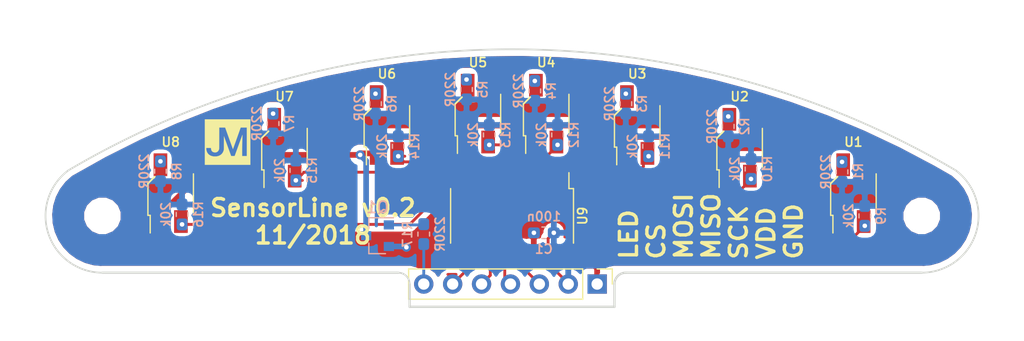
<source format=kicad_pcb>
(kicad_pcb (version 20171130) (host pcbnew 5.0.1-33cea8e~68~ubuntu18.04.1)

  (general
    (thickness 1.6)
    (drawings 13)
    (tracks 138)
    (zones 0)
    (modules 32)
    (nets 26)
  )

  (page A4)
  (layers
    (0 F.Cu signal)
    (31 B.Cu signal)
    (32 B.Adhes user)
    (33 F.Adhes user)
    (34 B.Paste user)
    (35 F.Paste user)
    (36 B.SilkS user)
    (37 F.SilkS user)
    (38 B.Mask user)
    (39 F.Mask user)
    (40 Dwgs.User user)
    (41 Cmts.User user)
    (42 Eco1.User user)
    (43 Eco2.User user hide)
    (44 Edge.Cuts user)
    (45 Margin user)
    (46 B.CrtYd user)
    (47 F.CrtYd user)
    (48 B.Fab user)
    (49 F.Fab user)
  )

  (setup
    (last_trace_width 0.25)
    (trace_clearance 0.2)
    (zone_clearance 0.508)
    (zone_45_only no)
    (trace_min 0.2)
    (segment_width 0.2)
    (edge_width 0.15)
    (via_size 0.8)
    (via_drill 0.4)
    (via_min_size 0.4)
    (via_min_drill 0.3)
    (uvia_size 0.3)
    (uvia_drill 0.1)
    (uvias_allowed no)
    (uvia_min_size 0.2)
    (uvia_min_drill 0.1)
    (pcb_text_width 0.3)
    (pcb_text_size 1.5 1.5)
    (mod_edge_width 0.15)
    (mod_text_size 0.8 0.8)
    (mod_text_width 0.15)
    (pad_size 1.524 1.524)
    (pad_drill 0.762)
    (pad_to_mask_clearance 0.2)
    (solder_mask_min_width 0.25)
    (aux_axis_origin 0 0)
    (visible_elements FFFFFF7F)
    (pcbplotparams
      (layerselection 0x010fc_ffffffff)
      (usegerberextensions false)
      (usegerberattributes false)
      (usegerberadvancedattributes false)
      (creategerberjobfile false)
      (excludeedgelayer true)
      (linewidth 0.100000)
      (plotframeref false)
      (viasonmask false)
      (mode 1)
      (useauxorigin false)
      (hpglpennumber 1)
      (hpglpenspeed 20)
      (hpglpendiameter 15.000000)
      (psnegative false)
      (psa4output false)
      (plotreference true)
      (plotvalue true)
      (plotinvisibletext false)
      (padsonsilk false)
      (subtractmaskfromsilk false)
      (outputformat 1)
      (mirror false)
      (drillshape 1)
      (scaleselection 1)
      (outputdirectory ""))
  )

  (net 0 "")
  (net 1 S7)
  (net 2 VDD)
  (net 3 S8)
  (net 4 "Net-(R1-Pad2)")
  (net 5 "Net-(R2-Pad2)")
  (net 6 "Net-(R3-Pad2)")
  (net 7 "Net-(R4-Pad2)")
  (net 8 "Net-(R5-Pad2)")
  (net 9 "Net-(R6-Pad2)")
  (net 10 S1)
  (net 11 S2)
  (net 12 S3)
  (net 13 S4)
  (net 14 S5)
  (net 15 S6)
  (net 16 "Net-(R7-Pad2)")
  (net 17 "Net-(R8-Pad2)")
  (net 18 GND)
  (net 19 CS)
  (net 20 MOSI)
  (net 21 MISO)
  (net 22 SCK)
  (net 23 LED_GND)
  (net 24 "Net-(Q1-Pad1)")
  (net 25 L_EN)

  (net_class Default "This is the default net class."
    (clearance 0.2)
    (trace_width 0.25)
    (via_dia 0.8)
    (via_drill 0.4)
    (uvia_dia 0.3)
    (uvia_drill 0.1)
    (add_net CS)
    (add_net GND)
    (add_net L_EN)
    (add_net MISO)
    (add_net MOSI)
    (add_net "Net-(Q1-Pad1)")
    (add_net "Net-(R1-Pad2)")
    (add_net "Net-(R2-Pad2)")
    (add_net "Net-(R3-Pad2)")
    (add_net "Net-(R4-Pad2)")
    (add_net "Net-(R5-Pad2)")
    (add_net "Net-(R6-Pad2)")
    (add_net "Net-(R7-Pad2)")
    (add_net "Net-(R8-Pad2)")
    (add_net S1)
    (add_net S2)
    (add_net S3)
    (add_net S4)
    (add_net S5)
    (add_net S6)
    (add_net S7)
    (add_net S8)
    (add_net SCK)
    (add_net VDD)
  )

  (net_class PWR ""
    (clearance 0.2)
    (trace_width 0.5)
    (via_dia 0.8)
    (via_drill 0.4)
    (uvia_dia 0.3)
    (uvia_drill 0.1)
    (add_net LED_GND)
  )

  (module Connector_PinHeader_2.54mm:PinHeader_1x07_P2.54mm_Vertical locked (layer F.Cu) (tedit 5BEB2C87) (tstamp 5BF884B9)
    (at 157.48 115 270)
    (descr "Through hole straight pin header, 1x07, 2.54mm pitch, single row")
    (tags "Through hole pin header THT 1x07 2.54mm single row")
    (path /5BEB3265)
    (fp_text reference J1 (at 0 -2.33 270) (layer F.SilkS) hide
      (effects (font (size 1 1) (thickness 0.15)))
    )
    (fp_text value Conn_01x07 (at 0 17.57 270) (layer F.Fab)
      (effects (font (size 1 1) (thickness 0.15)))
    )
    (fp_line (start -0.635 -1.27) (end 1.27 -1.27) (layer F.Fab) (width 0.1))
    (fp_line (start 1.27 -1.27) (end 1.27 16.51) (layer F.Fab) (width 0.1))
    (fp_line (start 1.27 16.51) (end -1.27 16.51) (layer F.Fab) (width 0.1))
    (fp_line (start -1.27 16.51) (end -1.27 -0.635) (layer F.Fab) (width 0.1))
    (fp_line (start -1.27 -0.635) (end -0.635 -1.27) (layer F.Fab) (width 0.1))
    (fp_line (start -1.33 16.57) (end 1.33 16.57) (layer F.SilkS) (width 0.12))
    (fp_line (start -1.33 1.27) (end -1.33 16.57) (layer F.SilkS) (width 0.12))
    (fp_line (start 1.33 1.27) (end 1.33 16.57) (layer F.SilkS) (width 0.12))
    (fp_line (start -1.33 1.27) (end 1.33 1.27) (layer F.SilkS) (width 0.12))
    (fp_line (start -1.33 0) (end -1.33 -1.33) (layer F.SilkS) (width 0.12))
    (fp_line (start -1.33 -1.33) (end 0 -1.33) (layer F.SilkS) (width 0.12))
    (fp_line (start -1.8 -1.8) (end -1.8 17.05) (layer F.CrtYd) (width 0.05))
    (fp_line (start -1.8 17.05) (end 1.8 17.05) (layer F.CrtYd) (width 0.05))
    (fp_line (start 1.8 17.05) (end 1.8 -1.8) (layer F.CrtYd) (width 0.05))
    (fp_line (start 1.8 -1.8) (end -1.8 -1.8) (layer F.CrtYd) (width 0.05))
    (fp_text user %R (at 0 7.62) (layer F.Fab)
      (effects (font (size 1 1) (thickness 0.15)))
    )
    (pad 1 thru_hole rect (at 0 0 270) (size 1.7 1.7) (drill 1) (layers *.Cu *.Mask)
      (net 18 GND))
    (pad 2 thru_hole oval (at 0 2.54 270) (size 1.7 1.7) (drill 1) (layers *.Cu *.Mask)
      (net 2 VDD))
    (pad 3 thru_hole oval (at 0 5.08 270) (size 1.7 1.7) (drill 1) (layers *.Cu *.Mask)
      (net 22 SCK))
    (pad 4 thru_hole oval (at 0 7.62 270) (size 1.7 1.7) (drill 1) (layers *.Cu *.Mask)
      (net 21 MISO))
    (pad 5 thru_hole oval (at 0 10.16 270) (size 1.7 1.7) (drill 1) (layers *.Cu *.Mask)
      (net 20 MOSI))
    (pad 6 thru_hole oval (at 0 12.7 270) (size 1.7 1.7) (drill 1) (layers *.Cu *.Mask)
      (net 19 CS))
    (pad 7 thru_hole oval (at 0 15.24 270) (size 1.7 1.7) (drill 1) (layers *.Cu *.Mask)
      (net 25 L_EN))
    (model ${KISYS3DMOD}/Connector_PinHeader_2.54mm.3dshapes/PinHeader_1x07_P2.54mm_Vertical.wrl
      (at (xyz 0 0 0))
      (scale (xyz 1 1 1))
      (rotate (xyz 0 0 0))
    )
  )

  (module Package_TO_SOT_SMD:SOT-23 (layer B.Cu) (tedit 5BEB2D04) (tstamp 5BF88266)
    (at 138.176 110.744 180)
    (descr "SOT-23, Standard")
    (tags SOT-23)
    (path /5BEB3D69)
    (attr smd)
    (fp_text reference Q1 (at 0 2.5 180) (layer B.SilkS)
      (effects (font (size 1 1) (thickness 0.15)) (justify mirror))
    )
    (fp_text value BC817 (at 0 -2.5 180) (layer B.Fab)
      (effects (font (size 0.8 0.8) (thickness 0.15)) (justify mirror))
    )
    (fp_text user %R (at 0 0 90) (layer B.Fab)
      (effects (font (size 0.5 0.5) (thickness 0.075)) (justify mirror))
    )
    (fp_line (start -0.7 0.95) (end -0.7 -1.5) (layer B.Fab) (width 0.1))
    (fp_line (start -0.15 1.52) (end 0.7 1.52) (layer B.Fab) (width 0.1))
    (fp_line (start -0.7 0.95) (end -0.15 1.52) (layer B.Fab) (width 0.1))
    (fp_line (start 0.7 1.52) (end 0.7 -1.52) (layer B.Fab) (width 0.1))
    (fp_line (start -0.7 -1.52) (end 0.7 -1.52) (layer B.Fab) (width 0.1))
    (fp_line (start 0.76 -1.58) (end 0.76 -0.65) (layer B.SilkS) (width 0.12))
    (fp_line (start 0.76 1.58) (end 0.76 0.65) (layer B.SilkS) (width 0.12))
    (fp_line (start -1.7 1.75) (end 1.7 1.75) (layer B.CrtYd) (width 0.05))
    (fp_line (start 1.7 1.75) (end 1.7 -1.75) (layer B.CrtYd) (width 0.05))
    (fp_line (start 1.7 -1.75) (end -1.7 -1.75) (layer B.CrtYd) (width 0.05))
    (fp_line (start -1.7 -1.75) (end -1.7 1.75) (layer B.CrtYd) (width 0.05))
    (fp_line (start 0.76 1.58) (end -1.4 1.58) (layer B.SilkS) (width 0.12))
    (fp_line (start 0.76 -1.58) (end -0.7 -1.58) (layer B.SilkS) (width 0.12))
    (pad 1 smd rect (at -1 0.95 180) (size 0.9 0.8) (layers B.Cu B.Paste B.Mask)
      (net 24 "Net-(Q1-Pad1)"))
    (pad 2 smd rect (at -1 -0.95 180) (size 0.9 0.8) (layers B.Cu B.Paste B.Mask)
      (net 18 GND))
    (pad 3 smd rect (at 1 0 180) (size 0.9 0.8) (layers B.Cu B.Paste B.Mask)
      (net 23 LED_GND))
    (model ${KISYS3DMOD}/Package_TO_SOT_SMD.3dshapes/SOT-23.wrl
      (at (xyz 0 0 0))
      (scale (xyz 1 1 1))
      (rotate (xyz 0 0 0))
    )
  )

  (module Resistor_SMD:R_0603_1608Metric_Pad1.05x0.95mm_HandSolder (layer B.Cu) (tedit 5BEB2CF4) (tstamp 5BF88211)
    (at 142.24 110.603 270)
    (descr "Resistor SMD 0603 (1608 Metric), square (rectangular) end terminal, IPC_7351 nominal with elongated pad for handsoldering. (Body size source: http://www.tortai-tech.com/upload/download/2011102023233369053.pdf), generated with kicad-footprint-generator")
    (tags "resistor handsolder")
    (path /5BEB3E41)
    (attr smd)
    (fp_text reference R17 (at 0 1.43 270) (layer B.SilkS)
      (effects (font (size 0.8 0.8) (thickness 0.15)) (justify mirror))
    )
    (fp_text value 220R (at 0 -1.43 270) (layer B.SilkS)
      (effects (font (size 0.8 0.8) (thickness 0.15)) (justify mirror))
    )
    (fp_line (start -0.8 -0.4) (end -0.8 0.4) (layer B.Fab) (width 0.1))
    (fp_line (start -0.8 0.4) (end 0.8 0.4) (layer B.Fab) (width 0.1))
    (fp_line (start 0.8 0.4) (end 0.8 -0.4) (layer B.Fab) (width 0.1))
    (fp_line (start 0.8 -0.4) (end -0.8 -0.4) (layer B.Fab) (width 0.1))
    (fp_line (start -0.171267 0.51) (end 0.171267 0.51) (layer B.SilkS) (width 0.12))
    (fp_line (start -0.171267 -0.51) (end 0.171267 -0.51) (layer B.SilkS) (width 0.12))
    (fp_line (start -1.65 -0.73) (end -1.65 0.73) (layer B.CrtYd) (width 0.05))
    (fp_line (start -1.65 0.73) (end 1.65 0.73) (layer B.CrtYd) (width 0.05))
    (fp_line (start 1.65 0.73) (end 1.65 -0.73) (layer B.CrtYd) (width 0.05))
    (fp_line (start 1.65 -0.73) (end -1.65 -0.73) (layer B.CrtYd) (width 0.05))
    (fp_text user %R (at 0.141 1.016 270) (layer B.Fab)
      (effects (font (size 0.4 0.4) (thickness 0.06)) (justify mirror))
    )
    (pad 1 smd roundrect (at -0.875 0 270) (size 1.05 0.95) (layers B.Cu B.Paste B.Mask) (roundrect_rratio 0.25)
      (net 24 "Net-(Q1-Pad1)"))
    (pad 2 smd roundrect (at 0.875 0 270) (size 1.05 0.95) (layers B.Cu B.Paste B.Mask) (roundrect_rratio 0.25)
      (net 25 L_EN))
    (model ${KISYS3DMOD}/Resistor_SMD.3dshapes/R_0603_1608Metric.wrl
      (at (xyz 0 0 0))
      (scale (xyz 1 1 1))
      (rotate (xyz 0 0 0))
    )
  )

  (module yaqwsx:JM_4_SILK (layer F.Cu) (tedit 5A422993) (tstamp 5BA9D186)
    (at 125 102.5)
    (path /5B91E1A8)
    (fp_text reference MH3 (at 0 0) (layer F.Cu) hide
      (effects (font (size 1.524 1.524) (thickness 0.3)))
    )
    (fp_text value MountingHole (at 0.75 0) (layer F.Cu) hide
      (effects (font (size 1.524 1.524) (thickness 0.3)))
    )
    (fp_poly (pts (xy 2.003778 2.003778) (xy -1.996722 2.003778) (xy -1.996722 0.515055) (xy -1.878934 0.515055)
      (xy -1.874371 0.590903) (xy -1.862065 0.698113) (xy -1.838639 0.797139) (xy -1.804256 0.887719)
      (xy -1.75908 0.969594) (xy -1.703274 1.042506) (xy -1.637003 1.106196) (xy -1.560431 1.160403)
      (xy -1.491576 1.196901) (xy -1.451804 1.21289) (xy -1.402911 1.228913) (xy -1.349816 1.243587)
      (xy -1.297437 1.255529) (xy -1.259417 1.262177) (xy -1.222897 1.265827) (xy -1.17644 1.268089)
      (xy -1.124041 1.268992) (xy -1.069694 1.268568) (xy -1.017393 1.266849) (xy -0.971135 1.263867)
      (xy -0.934913 1.259652) (xy -0.934702 1.259618) (xy -0.833934 1.236904) (xy -0.739869 1.202802)
      (xy -0.653382 1.157854) (xy -0.575352 1.102599) (xy -0.506654 1.037578) (xy -0.448167 0.963331)
      (xy -0.444236 0.957434) (xy -0.405995 0.893044) (xy -0.374794 0.825633) (xy -0.348605 0.750593)
      (xy -0.339838 0.720187) (xy -0.321287 0.652639) (xy -0.318943 0.074083) (xy -0.316598 -0.504472)
      (xy 0.314938 1.231194) (xy 0.623259 1.231194) (xy 0.966032 0.289278) (xy 1.013545 0.158743)
      (xy 1.05648 0.040866) (xy 1.09507 -0.064964) (xy 1.129545 -0.159356) (xy 1.160138 -0.242918)
      (xy 1.187082 -0.31626) (xy 1.210608 -0.379991) (xy 1.23095 -0.434721) (xy 1.248337 -0.481058)
      (xy 1.263004 -0.519611) (xy 1.275182 -0.550991) (xy 1.285103 -0.575805) (xy 1.293 -0.594663)
      (xy 1.299104 -0.608175) (xy 1.303648 -0.616949) (xy 1.306863 -0.621594) (xy 1.308982 -0.62272)
      (xy 1.310238 -0.620937) (xy 1.310861 -0.616852) (xy 1.310931 -0.615808) (xy 1.311029 -0.602563)
      (xy 1.310613 -0.576485) (xy 1.30972 -0.53884) (xy 1.308389 -0.490894) (xy 1.306661 -0.433915)
      (xy 1.304573 -0.36917) (xy 1.302165 -0.297924) (xy 1.299476 -0.221445) (xy 1.296545 -0.140999)
      (xy 1.295041 -0.100752) (xy 1.29042 0.026471) (xy 1.286597 0.142613) (xy 1.28351 0.250674)
      (xy 1.281102 0.353658) (xy 1.279311 0.454568) (xy 1.278079 0.556407) (xy 1.277346 0.662176)
      (xy 1.277052 0.774879) (xy 1.277041 0.806097) (xy 1.277055 1.234722) (xy 1.693333 1.234722)
      (xy 1.693333 -1.277056) (xy 1.423458 -1.277055) (xy 1.153583 -1.277053) (xy 0.815962 -0.329846)
      (xy 0.776309 -0.218659) (xy 0.737913 -0.111107) (xy 0.701043 -0.007942) (xy 0.665969 0.090085)
      (xy 0.632962 0.182224) (xy 0.60229 0.267723) (xy 0.574226 0.345831) (xy 0.549037 0.415797)
      (xy 0.526995 0.47687) (xy 0.50837 0.528299) (xy 0.493431 0.569333) (xy 0.48245 0.59922)
      (xy 0.475695 0.617211) (xy 0.473472 0.622595) (xy 0.470565 0.616706) (xy 0.463204 0.598274)
      (xy 0.451665 0.568052) (xy 0.43622 0.526792) (xy 0.417146 0.475248) (xy 0.394717 0.414171)
      (xy 0.369206 0.344315) (xy 0.340888 0.266432) (xy 0.310038 0.181275) (xy 0.27693 0.089597)
      (xy 0.241839 -0.00785) (xy 0.205039 -0.110314) (xy 0.166804 -0.21704) (xy 0.141588 -0.287571)
      (xy 0.102324 -0.397474) (xy 0.064211 -0.504139) (xy 0.027534 -0.606769) (xy -0.00742 -0.704563)
      (xy -0.040365 -0.796723) (xy -0.071017 -0.882449) (xy -0.099088 -0.960942) (xy -0.124293 -1.031402)
      (xy -0.146346 -1.09303) (xy -0.164961 -1.145028) (xy -0.179853 -1.186594) (xy -0.190735 -1.216931)
      (xy -0.197321 -1.235239) (xy -0.199054 -1.240014) (xy -0.212681 -1.277056) (xy -0.733429 -1.277056)
      (xy -0.735458 -0.340431) (xy -0.735759 -0.205872) (xy -0.736055 -0.084689) (xy -0.736359 0.023855)
      (xy -0.73668 0.120495) (xy -0.737029 0.205968) (xy -0.737418 0.281009) (xy -0.737857 0.346354)
      (xy -0.738356 0.40274) (xy -0.738928 0.450901) (xy -0.739582 0.491573) (xy -0.74033 0.525493)
      (xy -0.741183 0.553397) (xy -0.74215 0.57602) (xy -0.743244 0.594098) (xy -0.744475 0.608368)
      (xy -0.745853 0.619564) (xy -0.74739 0.628423) (xy -0.749097 0.63568) (xy -0.749896 0.638528)
      (xy -0.776495 0.709255) (xy -0.811831 0.770912) (xy -0.855083 0.82242) (xy -0.905428 0.862697)
      (xy -0.931819 0.877697) (xy -0.98302 0.899492) (xy -1.033103 0.912033) (xy -1.087242 0.916322)
      (xy -1.125361 0.915264) (xy -1.19722 0.905546) (xy -1.261331 0.885632) (xy -1.316708 0.855993)
      (xy -1.362365 0.817101) (xy -1.382924 0.792011) (xy -1.405617 0.756491) (xy -1.423343 0.719149)
      (xy -1.437024 0.677044) (xy -1.447586 0.627238) (xy -1.45595 0.566788) (xy -1.45718 0.555625)
      (xy -1.461516 0.515055) (xy -1.878934 0.515055) (xy -1.996722 0.515055) (xy -1.996722 -1.996722)
      (xy 2.003778 -1.996722) (xy 2.003778 2.003778)) (layer F.SilkS) (width 0.01))
  )

  (module yaqwsx:Everlight_ITR8307 (layer F.Cu) (tedit 5B914767) (tstamp 5BA95CA7)
    (at 120 107)
    (descr "package for Everlight ITR8307 with PCB cutout, light-direction upwards, see http://www.everlight.com/file/ProductFile/ITR8307.pdf")
    (tags "refective opto couple photo coupler")
    (path /5B9197A3)
    (attr smd)
    (fp_text reference U8 (at 0 -4.5 180) (layer F.SilkS)
      (effects (font (size 0.8 0.8) (thickness 0.15)))
    )
    (fp_text value ITR8307 (at 0 4.8) (layer F.Fab)
      (effects (font (size 0.8 0.8) (thickness 0.15)))
    )
    (fp_line (start 2.1 3.8) (end -2.1 3.8) (layer F.CrtYd) (width 0.05))
    (fp_line (start 2.1 3.8) (end 2.1 -3.8) (layer F.CrtYd) (width 0.05))
    (fp_line (start -2.1 -3.8) (end -2.1 3.75) (layer F.CrtYd) (width 0.05))
    (fp_line (start -2.1 -3.8) (end 2.1 -3.8) (layer F.CrtYd) (width 0.05))
    (fp_line (start 1.6 -1.3) (end 1.6 1.3) (layer F.Fab) (width 0.12))
    (fp_line (start 1.6 1.3) (end -1.6 1.3) (layer F.Fab) (width 0.12))
    (fp_line (start -1.6 1.3) (end -1.6 -0.8) (layer F.Fab) (width 0.12))
    (fp_line (start -1.1 -1.3) (end 1.6 -1.3) (layer F.Fab) (width 0.12))
    (fp_line (start -1.6 -0.8) (end -1.1 -1.3) (layer F.Fab) (width 0.12))
    (fp_line (start 0.5 1.3) (end 0.5 3.4) (layer F.Fab) (width 0.12))
    (fp_line (start 0.5 3.4) (end 1.3 3.4) (layer F.Fab) (width 0.12))
    (fp_line (start 1.3 3.4) (end 1.3 1.3) (layer F.Fab) (width 0.12))
    (fp_line (start -0.5 1.3) (end -0.5 3.4) (layer F.Fab) (width 0.12))
    (fp_line (start -0.5 3.4) (end -1.3 3.4) (layer F.Fab) (width 0.12))
    (fp_line (start -1.3 3.4) (end -1.3 1.3) (layer F.Fab) (width 0.12))
    (fp_line (start -1.3 -3.3) (end -1.3 -1.1) (layer F.Fab) (width 0.12))
    (fp_line (start -1.3 -3.3) (end -0.5 -3.3) (layer F.Fab) (width 0.12))
    (fp_line (start -0.5 -3.3) (end -0.5 -1.3) (layer F.Fab) (width 0.12))
    (fp_line (start 0.5 -1.3) (end 0.5 -3.3) (layer F.Fab) (width 0.12))
    (fp_line (start 0.5 -3.3) (end 1.3 -3.3) (layer F.Fab) (width 0.12))
    (fp_line (start 1.3 -3.3) (end 1.3 -1.3) (layer F.Fab) (width 0.12))
    (fp_line (start -2 1.95) (end -2 -0.85) (layer F.SilkS) (width 0.12))
    (fp_line (start -2 1.95) (end -1.8 1.95) (layer F.SilkS) (width 0.12))
    (fp_line (start -1.8 3.5) (end -1.8 1.95) (layer F.SilkS) (width 0.12))
    (fp_line (start 2 1.7) (end 2 -1.7) (layer F.SilkS) (width 0.12))
    (fp_text user %R (at 0 0.2) (layer F.Fab)
      (effects (font (size 0.75 0.75) (thickness 0.15)))
    )
    (fp_line (start -2 -0.85) (end -1.4 -1.45) (layer F.SilkS) (width 0.15))
    (pad 4 smd rect (at 0.9 -2.5) (size 1.2 2) (layers F.Cu F.Paste F.Mask)
      (net 18 GND))
    (pad 2 smd rect (at -0.9 -2.5) (size 1.2 2) (layers F.Cu F.Paste F.Mask)
      (net 17 "Net-(R8-Pad2)"))
    (pad 1 smd rect (at -0.9 2.5) (size 1.2 2) (layers F.Cu F.Paste F.Mask)
      (net 23 LED_GND))
    (pad 3 smd rect (at 0.9 2.5) (size 1.2 2) (layers F.Cu F.Paste F.Mask)
      (net 3 S8))
    (model ${KISYS3DMOD}/OptoDevice.3dshapes/Everlight_ITR8307.step
      (at (xyz 0 0 0))
      (scale (xyz 1 1 1))
      (rotate (xyz 0 0 0))
    )
  )

  (module yaqwsx:Everlight_ITR8307 (layer F.Cu) (tedit 5B914767) (tstamp 5BA989A9)
    (at 147 100)
    (descr "package for Everlight ITR8307 with PCB cutout, light-direction upwards, see http://www.everlight.com/file/ProductFile/ITR8307.pdf")
    (tags "refective opto couple photo coupler")
    (path /5B919716)
    (attr smd)
    (fp_text reference U5 (at 0 -4.5 180) (layer F.SilkS)
      (effects (font (size 0.8 0.8) (thickness 0.15)))
    )
    (fp_text value ITR8307 (at 0 4.8) (layer F.Fab)
      (effects (font (size 0.8 0.8) (thickness 0.15)))
    )
    (fp_line (start 2.1 3.8) (end -2.1 3.8) (layer F.CrtYd) (width 0.05))
    (fp_line (start 2.1 3.8) (end 2.1 -3.8) (layer F.CrtYd) (width 0.05))
    (fp_line (start -2.1 -3.8) (end -2.1 3.75) (layer F.CrtYd) (width 0.05))
    (fp_line (start -2.1 -3.8) (end 2.1 -3.8) (layer F.CrtYd) (width 0.05))
    (fp_line (start 1.6 -1.3) (end 1.6 1.3) (layer F.Fab) (width 0.12))
    (fp_line (start 1.6 1.3) (end -1.6 1.3) (layer F.Fab) (width 0.12))
    (fp_line (start -1.6 1.3) (end -1.6 -0.8) (layer F.Fab) (width 0.12))
    (fp_line (start -1.1 -1.3) (end 1.6 -1.3) (layer F.Fab) (width 0.12))
    (fp_line (start -1.6 -0.8) (end -1.1 -1.3) (layer F.Fab) (width 0.12))
    (fp_line (start 0.5 1.3) (end 0.5 3.4) (layer F.Fab) (width 0.12))
    (fp_line (start 0.5 3.4) (end 1.3 3.4) (layer F.Fab) (width 0.12))
    (fp_line (start 1.3 3.4) (end 1.3 1.3) (layer F.Fab) (width 0.12))
    (fp_line (start -0.5 1.3) (end -0.5 3.4) (layer F.Fab) (width 0.12))
    (fp_line (start -0.5 3.4) (end -1.3 3.4) (layer F.Fab) (width 0.12))
    (fp_line (start -1.3 3.4) (end -1.3 1.3) (layer F.Fab) (width 0.12))
    (fp_line (start -1.3 -3.3) (end -1.3 -1.1) (layer F.Fab) (width 0.12))
    (fp_line (start -1.3 -3.3) (end -0.5 -3.3) (layer F.Fab) (width 0.12))
    (fp_line (start -0.5 -3.3) (end -0.5 -1.3) (layer F.Fab) (width 0.12))
    (fp_line (start 0.5 -1.3) (end 0.5 -3.3) (layer F.Fab) (width 0.12))
    (fp_line (start 0.5 -3.3) (end 1.3 -3.3) (layer F.Fab) (width 0.12))
    (fp_line (start 1.3 -3.3) (end 1.3 -1.3) (layer F.Fab) (width 0.12))
    (fp_line (start -2 1.95) (end -2 -0.85) (layer F.SilkS) (width 0.12))
    (fp_line (start -2 1.95) (end -1.8 1.95) (layer F.SilkS) (width 0.12))
    (fp_line (start -1.8 3.5) (end -1.8 1.95) (layer F.SilkS) (width 0.12))
    (fp_line (start 2 1.7) (end 2 -1.7) (layer F.SilkS) (width 0.12))
    (fp_text user %R (at 0 0.2) (layer F.Fab)
      (effects (font (size 0.75 0.75) (thickness 0.15)))
    )
    (fp_line (start -2 -0.85) (end -1.4 -1.45) (layer F.SilkS) (width 0.15))
    (pad 4 smd rect (at 0.9 -2.5) (size 1.2 2) (layers F.Cu F.Paste F.Mask)
      (net 18 GND))
    (pad 2 smd rect (at -0.9 -2.5) (size 1.2 2) (layers F.Cu F.Paste F.Mask)
      (net 8 "Net-(R5-Pad2)"))
    (pad 1 smd rect (at -0.9 2.5) (size 1.2 2) (layers F.Cu F.Paste F.Mask)
      (net 23 LED_GND))
    (pad 3 smd rect (at 0.9 2.5) (size 1.2 2) (layers F.Cu F.Paste F.Mask)
      (net 14 S5))
    (model ${KISYS3DMOD}/OptoDevice.3dshapes/Everlight_ITR8307.step
      (at (xyz 0 0 0))
      (scale (xyz 1 1 1))
      (rotate (xyz 0 0 0))
    )
  )

  (module yaqwsx:Everlight_ITR8307 (layer F.Cu) (tedit 5B914767) (tstamp 5BA98D7E)
    (at 139 101)
    (descr "package for Everlight ITR8307 with PCB cutout, light-direction upwards, see http://www.everlight.com/file/ProductFile/ITR8307.pdf")
    (tags "refective opto couple photo coupler")
    (path /5B919745)
    (attr smd)
    (fp_text reference U6 (at 0 -4.5 180) (layer F.SilkS)
      (effects (font (size 0.8 0.8) (thickness 0.15)))
    )
    (fp_text value ITR8307 (at 0 4.8) (layer F.Fab)
      (effects (font (size 0.8 0.8) (thickness 0.15)))
    )
    (fp_line (start -2 -0.85) (end -1.4 -1.45) (layer F.SilkS) (width 0.15))
    (fp_text user %R (at 0 0.2) (layer F.Fab)
      (effects (font (size 0.75 0.75) (thickness 0.15)))
    )
    (fp_line (start 2 1.7) (end 2 -1.7) (layer F.SilkS) (width 0.12))
    (fp_line (start -1.8 3.5) (end -1.8 1.95) (layer F.SilkS) (width 0.12))
    (fp_line (start -2 1.95) (end -1.8 1.95) (layer F.SilkS) (width 0.12))
    (fp_line (start -2 1.95) (end -2 -0.85) (layer F.SilkS) (width 0.12))
    (fp_line (start 1.3 -3.3) (end 1.3 -1.3) (layer F.Fab) (width 0.12))
    (fp_line (start 0.5 -3.3) (end 1.3 -3.3) (layer F.Fab) (width 0.12))
    (fp_line (start 0.5 -1.3) (end 0.5 -3.3) (layer F.Fab) (width 0.12))
    (fp_line (start -0.5 -3.3) (end -0.5 -1.3) (layer F.Fab) (width 0.12))
    (fp_line (start -1.3 -3.3) (end -0.5 -3.3) (layer F.Fab) (width 0.12))
    (fp_line (start -1.3 -3.3) (end -1.3 -1.1) (layer F.Fab) (width 0.12))
    (fp_line (start -1.3 3.4) (end -1.3 1.3) (layer F.Fab) (width 0.12))
    (fp_line (start -0.5 3.4) (end -1.3 3.4) (layer F.Fab) (width 0.12))
    (fp_line (start -0.5 1.3) (end -0.5 3.4) (layer F.Fab) (width 0.12))
    (fp_line (start 1.3 3.4) (end 1.3 1.3) (layer F.Fab) (width 0.12))
    (fp_line (start 0.5 3.4) (end 1.3 3.4) (layer F.Fab) (width 0.12))
    (fp_line (start 0.5 1.3) (end 0.5 3.4) (layer F.Fab) (width 0.12))
    (fp_line (start -1.6 -0.8) (end -1.1 -1.3) (layer F.Fab) (width 0.12))
    (fp_line (start -1.1 -1.3) (end 1.6 -1.3) (layer F.Fab) (width 0.12))
    (fp_line (start -1.6 1.3) (end -1.6 -0.8) (layer F.Fab) (width 0.12))
    (fp_line (start 1.6 1.3) (end -1.6 1.3) (layer F.Fab) (width 0.12))
    (fp_line (start 1.6 -1.3) (end 1.6 1.3) (layer F.Fab) (width 0.12))
    (fp_line (start -2.1 -3.8) (end 2.1 -3.8) (layer F.CrtYd) (width 0.05))
    (fp_line (start -2.1 -3.8) (end -2.1 3.75) (layer F.CrtYd) (width 0.05))
    (fp_line (start 2.1 3.8) (end 2.1 -3.8) (layer F.CrtYd) (width 0.05))
    (fp_line (start 2.1 3.8) (end -2.1 3.8) (layer F.CrtYd) (width 0.05))
    (pad 3 smd rect (at 0.9 2.5) (size 1.2 2) (layers F.Cu F.Paste F.Mask)
      (net 15 S6))
    (pad 1 smd rect (at -0.9 2.5) (size 1.2 2) (layers F.Cu F.Paste F.Mask)
      (net 23 LED_GND))
    (pad 2 smd rect (at -0.9 -2.5) (size 1.2 2) (layers F.Cu F.Paste F.Mask)
      (net 9 "Net-(R6-Pad2)"))
    (pad 4 smd rect (at 0.9 -2.5) (size 1.2 2) (layers F.Cu F.Paste F.Mask)
      (net 18 GND))
    (model ${KISYS3DMOD}/OptoDevice.3dshapes/Everlight_ITR8307.step
      (at (xyz 0 0 0))
      (scale (xyz 1 1 1))
      (rotate (xyz 0 0 0))
    )
  )

  (module yaqwsx:Everlight_ITR8307 (layer F.Cu) (tedit 5B914767) (tstamp 5BA9877B)
    (at 130 103)
    (descr "package for Everlight ITR8307 with PCB cutout, light-direction upwards, see http://www.everlight.com/file/ProductFile/ITR8307.pdf")
    (tags "refective opto couple photo coupler")
    (path /5B919774)
    (attr smd)
    (fp_text reference U7 (at 0 -4.5 180) (layer F.SilkS)
      (effects (font (size 0.8 0.8) (thickness 0.15)))
    )
    (fp_text value ITR8307 (at 0 4.8) (layer F.Fab)
      (effects (font (size 0.8 0.8) (thickness 0.15)))
    )
    (fp_line (start 2.1 3.8) (end -2.1 3.8) (layer F.CrtYd) (width 0.05))
    (fp_line (start 2.1 3.8) (end 2.1 -3.8) (layer F.CrtYd) (width 0.05))
    (fp_line (start -2.1 -3.8) (end -2.1 3.75) (layer F.CrtYd) (width 0.05))
    (fp_line (start -2.1 -3.8) (end 2.1 -3.8) (layer F.CrtYd) (width 0.05))
    (fp_line (start 1.6 -1.3) (end 1.6 1.3) (layer F.Fab) (width 0.12))
    (fp_line (start 1.6 1.3) (end -1.6 1.3) (layer F.Fab) (width 0.12))
    (fp_line (start -1.6 1.3) (end -1.6 -0.8) (layer F.Fab) (width 0.12))
    (fp_line (start -1.1 -1.3) (end 1.6 -1.3) (layer F.Fab) (width 0.12))
    (fp_line (start -1.6 -0.8) (end -1.1 -1.3) (layer F.Fab) (width 0.12))
    (fp_line (start 0.5 1.3) (end 0.5 3.4) (layer F.Fab) (width 0.12))
    (fp_line (start 0.5 3.4) (end 1.3 3.4) (layer F.Fab) (width 0.12))
    (fp_line (start 1.3 3.4) (end 1.3 1.3) (layer F.Fab) (width 0.12))
    (fp_line (start -0.5 1.3) (end -0.5 3.4) (layer F.Fab) (width 0.12))
    (fp_line (start -0.5 3.4) (end -1.3 3.4) (layer F.Fab) (width 0.12))
    (fp_line (start -1.3 3.4) (end -1.3 1.3) (layer F.Fab) (width 0.12))
    (fp_line (start -1.3 -3.3) (end -1.3 -1.1) (layer F.Fab) (width 0.12))
    (fp_line (start -1.3 -3.3) (end -0.5 -3.3) (layer F.Fab) (width 0.12))
    (fp_line (start -0.5 -3.3) (end -0.5 -1.3) (layer F.Fab) (width 0.12))
    (fp_line (start 0.5 -1.3) (end 0.5 -3.3) (layer F.Fab) (width 0.12))
    (fp_line (start 0.5 -3.3) (end 1.3 -3.3) (layer F.Fab) (width 0.12))
    (fp_line (start 1.3 -3.3) (end 1.3 -1.3) (layer F.Fab) (width 0.12))
    (fp_line (start -2 1.95) (end -2 -0.85) (layer F.SilkS) (width 0.12))
    (fp_line (start -2 1.95) (end -1.8 1.95) (layer F.SilkS) (width 0.12))
    (fp_line (start -1.8 3.5) (end -1.8 1.95) (layer F.SilkS) (width 0.12))
    (fp_line (start 2 1.7) (end 2 -1.7) (layer F.SilkS) (width 0.12))
    (fp_text user %R (at 0 0.2) (layer F.Fab)
      (effects (font (size 0.75 0.75) (thickness 0.15)))
    )
    (fp_line (start -2 -0.85) (end -1.4 -1.45) (layer F.SilkS) (width 0.15))
    (pad 4 smd rect (at 0.9 -2.5) (size 1.2 2) (layers F.Cu F.Paste F.Mask)
      (net 18 GND))
    (pad 2 smd rect (at -0.9 -2.5) (size 1.2 2) (layers F.Cu F.Paste F.Mask)
      (net 16 "Net-(R7-Pad2)"))
    (pad 1 smd rect (at -0.9 2.5) (size 1.2 2) (layers F.Cu F.Paste F.Mask)
      (net 23 LED_GND))
    (pad 3 smd rect (at 0.9 2.5) (size 1.2 2) (layers F.Cu F.Paste F.Mask)
      (net 1 S7))
    (model ${KISYS3DMOD}/OptoDevice.3dshapes/Everlight_ITR8307.step
      (at (xyz 0 0 0))
      (scale (xyz 1 1 1))
      (rotate (xyz 0 0 0))
    )
  )

  (module yaqwsx:Everlight_ITR8307 (layer F.Cu) (tedit 5B914767) (tstamp 5BA98301)
    (at 180 107)
    (descr "package for Everlight ITR8307 with PCB cutout, light-direction upwards, see http://www.everlight.com/file/ProductFile/ITR8307.pdf")
    (tags "refective opto couple photo coupler")
    (path /5B917CF3)
    (attr smd)
    (fp_text reference U1 (at 0 -4.5 180) (layer F.SilkS)
      (effects (font (size 0.8 0.8) (thickness 0.15)))
    )
    (fp_text value ITR8307 (at 0 4.8) (layer F.Fab)
      (effects (font (size 0.8 0.8) (thickness 0.15)))
    )
    (fp_line (start -2 -0.85) (end -1.4 -1.45) (layer F.SilkS) (width 0.15))
    (fp_text user %R (at 0 0.2) (layer F.Fab)
      (effects (font (size 0.75 0.75) (thickness 0.15)))
    )
    (fp_line (start 2 1.7) (end 2 -1.7) (layer F.SilkS) (width 0.12))
    (fp_line (start -1.8 3.5) (end -1.8 1.95) (layer F.SilkS) (width 0.12))
    (fp_line (start -2 1.95) (end -1.8 1.95) (layer F.SilkS) (width 0.12))
    (fp_line (start -2 1.95) (end -2 -0.85) (layer F.SilkS) (width 0.12))
    (fp_line (start 1.3 -3.3) (end 1.3 -1.3) (layer F.Fab) (width 0.12))
    (fp_line (start 0.5 -3.3) (end 1.3 -3.3) (layer F.Fab) (width 0.12))
    (fp_line (start 0.5 -1.3) (end 0.5 -3.3) (layer F.Fab) (width 0.12))
    (fp_line (start -0.5 -3.3) (end -0.5 -1.3) (layer F.Fab) (width 0.12))
    (fp_line (start -1.3 -3.3) (end -0.5 -3.3) (layer F.Fab) (width 0.12))
    (fp_line (start -1.3 -3.3) (end -1.3 -1.1) (layer F.Fab) (width 0.12))
    (fp_line (start -1.3 3.4) (end -1.3 1.3) (layer F.Fab) (width 0.12))
    (fp_line (start -0.5 3.4) (end -1.3 3.4) (layer F.Fab) (width 0.12))
    (fp_line (start -0.5 1.3) (end -0.5 3.4) (layer F.Fab) (width 0.12))
    (fp_line (start 1.3 3.4) (end 1.3 1.3) (layer F.Fab) (width 0.12))
    (fp_line (start 0.5 3.4) (end 1.3 3.4) (layer F.Fab) (width 0.12))
    (fp_line (start 0.5 1.3) (end 0.5 3.4) (layer F.Fab) (width 0.12))
    (fp_line (start -1.6 -0.8) (end -1.1 -1.3) (layer F.Fab) (width 0.12))
    (fp_line (start -1.1 -1.3) (end 1.6 -1.3) (layer F.Fab) (width 0.12))
    (fp_line (start -1.6 1.3) (end -1.6 -0.8) (layer F.Fab) (width 0.12))
    (fp_line (start 1.6 1.3) (end -1.6 1.3) (layer F.Fab) (width 0.12))
    (fp_line (start 1.6 -1.3) (end 1.6 1.3) (layer F.Fab) (width 0.12))
    (fp_line (start -2.1 -3.8) (end 2.1 -3.8) (layer F.CrtYd) (width 0.05))
    (fp_line (start -2.1 -3.8) (end -2.1 3.75) (layer F.CrtYd) (width 0.05))
    (fp_line (start 2.1 3.8) (end 2.1 -3.8) (layer F.CrtYd) (width 0.05))
    (fp_line (start 2.1 3.8) (end -2.1 3.8) (layer F.CrtYd) (width 0.05))
    (pad 3 smd rect (at 0.9 2.5) (size 1.2 2) (layers F.Cu F.Paste F.Mask)
      (net 10 S1))
    (pad 1 smd rect (at -0.9 2.5) (size 1.2 2) (layers F.Cu F.Paste F.Mask)
      (net 23 LED_GND))
    (pad 2 smd rect (at -0.9 -2.5) (size 1.2 2) (layers F.Cu F.Paste F.Mask)
      (net 4 "Net-(R1-Pad2)"))
    (pad 4 smd rect (at 0.9 -2.5) (size 1.2 2) (layers F.Cu F.Paste F.Mask)
      (net 18 GND))
    (model ${KISYS3DMOD}/OptoDevice.3dshapes/Everlight_ITR8307.step
      (at (xyz 0 0 0))
      (scale (xyz 1 1 1))
      (rotate (xyz 0 0 0))
    )
  )

  (module yaqwsx:Everlight_ITR8307 (layer F.Cu) (tedit 5B914767) (tstamp 5BA95BFD)
    (at 170 103)
    (descr "package for Everlight ITR8307 with PCB cutout, light-direction upwards, see http://www.everlight.com/file/ProductFile/ITR8307.pdf")
    (tags "refective opto couple photo coupler")
    (path /5B9188B6)
    (attr smd)
    (fp_text reference U2 (at 0 -4.5 180) (layer F.SilkS)
      (effects (font (size 0.8 0.8) (thickness 0.15)))
    )
    (fp_text value ITR8307 (at 0 4.8) (layer F.Fab)
      (effects (font (size 0.8 0.8) (thickness 0.15)))
    )
    (fp_line (start 2.1 3.8) (end -2.1 3.8) (layer F.CrtYd) (width 0.05))
    (fp_line (start 2.1 3.8) (end 2.1 -3.8) (layer F.CrtYd) (width 0.05))
    (fp_line (start -2.1 -3.8) (end -2.1 3.75) (layer F.CrtYd) (width 0.05))
    (fp_line (start -2.1 -3.8) (end 2.1 -3.8) (layer F.CrtYd) (width 0.05))
    (fp_line (start 1.6 -1.3) (end 1.6 1.3) (layer F.Fab) (width 0.12))
    (fp_line (start 1.6 1.3) (end -1.6 1.3) (layer F.Fab) (width 0.12))
    (fp_line (start -1.6 1.3) (end -1.6 -0.8) (layer F.Fab) (width 0.12))
    (fp_line (start -1.1 -1.3) (end 1.6 -1.3) (layer F.Fab) (width 0.12))
    (fp_line (start -1.6 -0.8) (end -1.1 -1.3) (layer F.Fab) (width 0.12))
    (fp_line (start 0.5 1.3) (end 0.5 3.4) (layer F.Fab) (width 0.12))
    (fp_line (start 0.5 3.4) (end 1.3 3.4) (layer F.Fab) (width 0.12))
    (fp_line (start 1.3 3.4) (end 1.3 1.3) (layer F.Fab) (width 0.12))
    (fp_line (start -0.5 1.3) (end -0.5 3.4) (layer F.Fab) (width 0.12))
    (fp_line (start -0.5 3.4) (end -1.3 3.4) (layer F.Fab) (width 0.12))
    (fp_line (start -1.3 3.4) (end -1.3 1.3) (layer F.Fab) (width 0.12))
    (fp_line (start -1.3 -3.3) (end -1.3 -1.1) (layer F.Fab) (width 0.12))
    (fp_line (start -1.3 -3.3) (end -0.5 -3.3) (layer F.Fab) (width 0.12))
    (fp_line (start -0.5 -3.3) (end -0.5 -1.3) (layer F.Fab) (width 0.12))
    (fp_line (start 0.5 -1.3) (end 0.5 -3.3) (layer F.Fab) (width 0.12))
    (fp_line (start 0.5 -3.3) (end 1.3 -3.3) (layer F.Fab) (width 0.12))
    (fp_line (start 1.3 -3.3) (end 1.3 -1.3) (layer F.Fab) (width 0.12))
    (fp_line (start -2 1.95) (end -2 -0.85) (layer F.SilkS) (width 0.12))
    (fp_line (start -2 1.95) (end -1.8 1.95) (layer F.SilkS) (width 0.12))
    (fp_line (start -1.8 3.5) (end -1.8 1.95) (layer F.SilkS) (width 0.12))
    (fp_line (start 2 1.7) (end 2 -1.7) (layer F.SilkS) (width 0.12))
    (fp_text user %R (at 0 0.2) (layer F.Fab)
      (effects (font (size 0.75 0.75) (thickness 0.15)))
    )
    (fp_line (start -2 -0.85) (end -1.4 -1.45) (layer F.SilkS) (width 0.15))
    (pad 4 smd rect (at 0.9 -2.5) (size 1.2 2) (layers F.Cu F.Paste F.Mask)
      (net 18 GND))
    (pad 2 smd rect (at -0.9 -2.5) (size 1.2 2) (layers F.Cu F.Paste F.Mask)
      (net 5 "Net-(R2-Pad2)"))
    (pad 1 smd rect (at -0.9 2.5) (size 1.2 2) (layers F.Cu F.Paste F.Mask)
      (net 23 LED_GND))
    (pad 3 smd rect (at 0.9 2.5) (size 1.2 2) (layers F.Cu F.Paste F.Mask)
      (net 11 S2))
    (model ${KISYS3DMOD}/OptoDevice.3dshapes/Everlight_ITR8307.step
      (at (xyz 0 0 0))
      (scale (xyz 1 1 1))
      (rotate (xyz 0 0 0))
    )
  )

  (module yaqwsx:Everlight_ITR8307 (layer F.Cu) (tedit 5B914767) (tstamp 5BA95BDB)
    (at 161 101)
    (descr "package for Everlight ITR8307 with PCB cutout, light-direction upwards, see http://www.everlight.com/file/ProductFile/ITR8307.pdf")
    (tags "refective opto couple photo coupler")
    (path /5B918E29)
    (attr smd)
    (fp_text reference U3 (at 0 -4.5 180) (layer F.SilkS)
      (effects (font (size 0.8 0.8) (thickness 0.15)))
    )
    (fp_text value ITR8307 (at 0 4.8) (layer F.Fab)
      (effects (font (size 0.8 0.8) (thickness 0.15)))
    )
    (fp_line (start -2 -0.85) (end -1.4 -1.45) (layer F.SilkS) (width 0.15))
    (fp_text user %R (at 0 0.2) (layer F.Fab)
      (effects (font (size 0.75 0.75) (thickness 0.15)))
    )
    (fp_line (start 2 1.7) (end 2 -1.7) (layer F.SilkS) (width 0.12))
    (fp_line (start -1.8 3.5) (end -1.8 1.95) (layer F.SilkS) (width 0.12))
    (fp_line (start -2 1.95) (end -1.8 1.95) (layer F.SilkS) (width 0.12))
    (fp_line (start -2 1.95) (end -2 -0.85) (layer F.SilkS) (width 0.12))
    (fp_line (start 1.3 -3.3) (end 1.3 -1.3) (layer F.Fab) (width 0.12))
    (fp_line (start 0.5 -3.3) (end 1.3 -3.3) (layer F.Fab) (width 0.12))
    (fp_line (start 0.5 -1.3) (end 0.5 -3.3) (layer F.Fab) (width 0.12))
    (fp_line (start -0.5 -3.3) (end -0.5 -1.3) (layer F.Fab) (width 0.12))
    (fp_line (start -1.3 -3.3) (end -0.5 -3.3) (layer F.Fab) (width 0.12))
    (fp_line (start -1.3 -3.3) (end -1.3 -1.1) (layer F.Fab) (width 0.12))
    (fp_line (start -1.3 3.4) (end -1.3 1.3) (layer F.Fab) (width 0.12))
    (fp_line (start -0.5 3.4) (end -1.3 3.4) (layer F.Fab) (width 0.12))
    (fp_line (start -0.5 1.3) (end -0.5 3.4) (layer F.Fab) (width 0.12))
    (fp_line (start 1.3 3.4) (end 1.3 1.3) (layer F.Fab) (width 0.12))
    (fp_line (start 0.5 3.4) (end 1.3 3.4) (layer F.Fab) (width 0.12))
    (fp_line (start 0.5 1.3) (end 0.5 3.4) (layer F.Fab) (width 0.12))
    (fp_line (start -1.6 -0.8) (end -1.1 -1.3) (layer F.Fab) (width 0.12))
    (fp_line (start -1.1 -1.3) (end 1.6 -1.3) (layer F.Fab) (width 0.12))
    (fp_line (start -1.6 1.3) (end -1.6 -0.8) (layer F.Fab) (width 0.12))
    (fp_line (start 1.6 1.3) (end -1.6 1.3) (layer F.Fab) (width 0.12))
    (fp_line (start 1.6 -1.3) (end 1.6 1.3) (layer F.Fab) (width 0.12))
    (fp_line (start -2.1 -3.8) (end 2.1 -3.8) (layer F.CrtYd) (width 0.05))
    (fp_line (start -2.1 -3.8) (end -2.1 3.75) (layer F.CrtYd) (width 0.05))
    (fp_line (start 2.1 3.8) (end 2.1 -3.8) (layer F.CrtYd) (width 0.05))
    (fp_line (start 2.1 3.8) (end -2.1 3.8) (layer F.CrtYd) (width 0.05))
    (pad 3 smd rect (at 0.9 2.5) (size 1.2 2) (layers F.Cu F.Paste F.Mask)
      (net 12 S3))
    (pad 1 smd rect (at -0.9 2.5) (size 1.2 2) (layers F.Cu F.Paste F.Mask)
      (net 23 LED_GND))
    (pad 2 smd rect (at -0.9 -2.5) (size 1.2 2) (layers F.Cu F.Paste F.Mask)
      (net 6 "Net-(R3-Pad2)"))
    (pad 4 smd rect (at 0.9 -2.5) (size 1.2 2) (layers F.Cu F.Paste F.Mask)
      (net 18 GND))
    (model ${KISYS3DMOD}/OptoDevice.3dshapes/Everlight_ITR8307.step
      (at (xyz 0 0 0))
      (scale (xyz 1 1 1))
      (rotate (xyz 0 0 0))
    )
  )

  (module yaqwsx:Everlight_ITR8307 (layer F.Cu) (tedit 5B914767) (tstamp 5BA95BB9)
    (at 153 100)
    (descr "package for Everlight ITR8307 with PCB cutout, light-direction upwards, see http://www.everlight.com/file/ProductFile/ITR8307.pdf")
    (tags "refective opto couple photo coupler")
    (path /5B918E58)
    (attr smd)
    (fp_text reference U4 (at 0 -4.5 180) (layer F.SilkS)
      (effects (font (size 0.8 0.8) (thickness 0.15)))
    )
    (fp_text value ITR8307 (at 0 4.8) (layer F.Fab)
      (effects (font (size 0.8 0.8) (thickness 0.15)))
    )
    (fp_line (start 2.1 3.8) (end -2.1 3.8) (layer F.CrtYd) (width 0.05))
    (fp_line (start 2.1 3.8) (end 2.1 -3.8) (layer F.CrtYd) (width 0.05))
    (fp_line (start -2.1 -3.8) (end -2.1 3.75) (layer F.CrtYd) (width 0.05))
    (fp_line (start -2.1 -3.8) (end 2.1 -3.8) (layer F.CrtYd) (width 0.05))
    (fp_line (start 1.6 -1.3) (end 1.6 1.3) (layer F.Fab) (width 0.12))
    (fp_line (start 1.6 1.3) (end -1.6 1.3) (layer F.Fab) (width 0.12))
    (fp_line (start -1.6 1.3) (end -1.6 -0.8) (layer F.Fab) (width 0.12))
    (fp_line (start -1.1 -1.3) (end 1.6 -1.3) (layer F.Fab) (width 0.12))
    (fp_line (start -1.6 -0.8) (end -1.1 -1.3) (layer F.Fab) (width 0.12))
    (fp_line (start 0.5 1.3) (end 0.5 3.4) (layer F.Fab) (width 0.12))
    (fp_line (start 0.5 3.4) (end 1.3 3.4) (layer F.Fab) (width 0.12))
    (fp_line (start 1.3 3.4) (end 1.3 1.3) (layer F.Fab) (width 0.12))
    (fp_line (start -0.5 1.3) (end -0.5 3.4) (layer F.Fab) (width 0.12))
    (fp_line (start -0.5 3.4) (end -1.3 3.4) (layer F.Fab) (width 0.12))
    (fp_line (start -1.3 3.4) (end -1.3 1.3) (layer F.Fab) (width 0.12))
    (fp_line (start -1.3 -3.3) (end -1.3 -1.1) (layer F.Fab) (width 0.12))
    (fp_line (start -1.3 -3.3) (end -0.5 -3.3) (layer F.Fab) (width 0.12))
    (fp_line (start -0.5 -3.3) (end -0.5 -1.3) (layer F.Fab) (width 0.12))
    (fp_line (start 0.5 -1.3) (end 0.5 -3.3) (layer F.Fab) (width 0.12))
    (fp_line (start 0.5 -3.3) (end 1.3 -3.3) (layer F.Fab) (width 0.12))
    (fp_line (start 1.3 -3.3) (end 1.3 -1.3) (layer F.Fab) (width 0.12))
    (fp_line (start -2 1.95) (end -2 -0.85) (layer F.SilkS) (width 0.12))
    (fp_line (start -2 1.95) (end -1.8 1.95) (layer F.SilkS) (width 0.12))
    (fp_line (start -1.8 3.5) (end -1.8 1.95) (layer F.SilkS) (width 0.12))
    (fp_line (start 2 1.7) (end 2 -1.7) (layer F.SilkS) (width 0.12))
    (fp_text user %R (at 0 0.2) (layer F.Fab)
      (effects (font (size 0.75 0.75) (thickness 0.15)))
    )
    (fp_line (start -2 -0.85) (end -1.4 -1.45) (layer F.SilkS) (width 0.15))
    (pad 4 smd rect (at 0.9 -2.5) (size 1.2 2) (layers F.Cu F.Paste F.Mask)
      (net 18 GND))
    (pad 2 smd rect (at -0.9 -2.5) (size 1.2 2) (layers F.Cu F.Paste F.Mask)
      (net 7 "Net-(R4-Pad2)"))
    (pad 1 smd rect (at -0.9 2.5) (size 1.2 2) (layers F.Cu F.Paste F.Mask)
      (net 23 LED_GND))
    (pad 3 smd rect (at 0.9 2.5) (size 1.2 2) (layers F.Cu F.Paste F.Mask)
      (net 13 S4))
    (model ${KISYS3DMOD}/OptoDevice.3dshapes/Everlight_ITR8307.step
      (at (xyz 0 0 0))
      (scale (xyz 1 1 1))
      (rotate (xyz 0 0 0))
    )
  )

  (module MountingHole:MountingHole_2.2mm_M2 (layer F.Cu) (tedit 5B9147F4) (tstamp 5B9DB9BF)
    (at 186 109)
    (descr "Mounting Hole 2.2mm, no annular, M2")
    (tags "mounting hole 2.2mm no annular m2")
    (path /5B91DF12)
    (attr virtual)
    (fp_text reference MH1 (at 0 -3.2) (layer F.SilkS) hide
      (effects (font (size 0.8 0.8) (thickness 0.15)))
    )
    (fp_text value MountingHole (at 0 3.2) (layer F.Fab)
      (effects (font (size 0.8 0.8) (thickness 0.15)))
    )
    (fp_circle (center 0 0) (end 2.45 0) (layer F.CrtYd) (width 0.05))
    (fp_circle (center 0 0) (end 2.2 0) (layer Cmts.User) (width 0.15))
    (fp_text user %R (at 0.3 0) (layer F.Fab)
      (effects (font (size 0.8 0.8) (thickness 0.15)))
    )
    (pad 1 np_thru_hole circle (at 0 0) (size 2.2 2.2) (drill 2.2) (layers *.Cu *.Mask))
  )

  (module MountingHole:MountingHole_2.2mm_M2 (layer F.Cu) (tedit 5B9147E8) (tstamp 5B9DB9B7)
    (at 114 109)
    (descr "Mounting Hole 2.2mm, no annular, M2")
    (tags "mounting hole 2.2mm no annular m2")
    (path /5B91DFC4)
    (attr virtual)
    (fp_text reference MH2 (at 0 -3.2) (layer F.SilkS) hide
      (effects (font (size 0.8 0.8) (thickness 0.15)))
    )
    (fp_text value MountingHole (at 0 3.2) (layer F.Fab)
      (effects (font (size 0.8 0.8) (thickness 0.15)))
    )
    (fp_circle (center 0 0) (end 2.45 0) (layer F.CrtYd) (width 0.05))
    (fp_circle (center 0 0) (end 2.2 0) (layer Cmts.User) (width 0.15))
    (fp_text user %R (at 0.3 0) (layer F.Fab)
      (effects (font (size 0.8 0.8) (thickness 0.15)))
    )
    (pad 1 np_thru_hole circle (at 0 0) (size 2.2 2.2) (drill 2.2) (layers *.Cu *.Mask))
  )

  (module Capacitor_SMD:C_0603_1608Metric_Pad1.05x0.95mm_HandSolder (layer B.Cu) (tedit 5B921A0C) (tstamp 5BA994D7)
    (at 152.795 110.49)
    (descr "Capacitor SMD 0603 (1608 Metric), square (rectangular) end terminal, IPC_7351 nominal with elongated pad for handsoldering. (Body size source: http://www.tortai-tech.com/upload/download/2011102023233369053.pdf), generated with kicad-footprint-generator")
    (tags "capacitor handsolder")
    (path /5B91BDE7)
    (attr smd)
    (fp_text reference C1 (at 0 1.43) (layer B.SilkS)
      (effects (font (size 0.8 0.8) (thickness 0.15)) (justify mirror))
    )
    (fp_text value 100n (at 0 -1.43) (layer B.SilkS)
      (effects (font (size 0.8 0.8) (thickness 0.15)) (justify mirror))
    )
    (fp_line (start -0.8 -0.4) (end -0.8 0.4) (layer B.Fab) (width 0.1))
    (fp_line (start -0.8 0.4) (end 0.8 0.4) (layer B.Fab) (width 0.1))
    (fp_line (start 0.8 0.4) (end 0.8 -0.4) (layer B.Fab) (width 0.1))
    (fp_line (start 0.8 -0.4) (end -0.8 -0.4) (layer B.Fab) (width 0.1))
    (fp_line (start -0.171267 0.51) (end 0.171267 0.51) (layer B.SilkS) (width 0.12))
    (fp_line (start -0.171267 -0.51) (end 0.171267 -0.51) (layer B.SilkS) (width 0.12))
    (fp_line (start -1.65 -0.73) (end -1.65 0.73) (layer B.CrtYd) (width 0.05))
    (fp_line (start -1.65 0.73) (end 1.65 0.73) (layer B.CrtYd) (width 0.05))
    (fp_line (start 1.65 0.73) (end 1.65 -0.73) (layer B.CrtYd) (width 0.05))
    (fp_line (start 1.65 -0.73) (end -1.65 -0.73) (layer B.CrtYd) (width 0.05))
    (fp_text user %R (at 0 0) (layer B.Fab)
      (effects (font (size 0.4 0.4) (thickness 0.06)) (justify mirror))
    )
    (pad 1 smd roundrect (at -0.875 0) (size 1.05 0.95) (layers B.Cu B.Paste B.Mask) (roundrect_rratio 0.25)
      (net 18 GND))
    (pad 2 smd roundrect (at 0.875 0) (size 1.05 0.95) (layers B.Cu B.Paste B.Mask) (roundrect_rratio 0.25)
      (net 2 VDD))
    (model ${KISYS3DMOD}/Capacitor_SMD.3dshapes/C_0603_1608Metric.wrl
      (at (xyz 0 0 0))
      (scale (xyz 1 1 1))
      (rotate (xyz 0 0 0))
    )
  )

  (module Package_SO:SOP-16_4.4x10.4mm_P1.27mm (layer F.Cu) (tedit 5A02F25C) (tstamp 5BA98215)
    (at 150 109 270)
    (descr "16-Lead Plastic Small Outline http://www.vishay.com/docs/49633/sg2098.pdf")
    (tags "SOP 1.27")
    (path /5B917ED7)
    (attr smd)
    (fp_text reference U9 (at 0 -6.2 270) (layer F.SilkS)
      (effects (font (size 0.8 0.8) (thickness 0.15)))
    )
    (fp_text value MCP3008 (at 0 6.1 270) (layer F.Fab)
      (effects (font (size 0.8 0.8) (thickness 0.15)))
    )
    (fp_text user %R (at 0 0 270) (layer F.Fab)
      (effects (font (size 0.8 0.8) (thickness 0.15)))
    )
    (fp_line (start -2.2 -4.6) (end -1.6 -5.2) (layer F.Fab) (width 0.1))
    (fp_line (start -2.4 -5.4) (end -2.4 -5) (layer F.SilkS) (width 0.12))
    (fp_line (start -2.4 -5) (end -3.8 -5) (layer F.SilkS) (width 0.12))
    (fp_line (start -1.6 -5.2) (end 2.2 -5.2) (layer F.Fab) (width 0.1))
    (fp_line (start 2.2 -5.2) (end 2.2 5.2) (layer F.Fab) (width 0.1))
    (fp_line (start 2.2 5.2) (end -2.2 5.2) (layer F.Fab) (width 0.1))
    (fp_line (start -2.2 5.2) (end -2.2 -4.6) (layer F.Fab) (width 0.1))
    (fp_line (start -2.4 -5.4) (end 2.4 -5.4) (layer F.SilkS) (width 0.12))
    (fp_line (start -2.4 5.4) (end 2.4 5.4) (layer F.SilkS) (width 0.12))
    (fp_line (start -4.05 -5.45) (end 4.05 -5.45) (layer F.CrtYd) (width 0.05))
    (fp_line (start -4.05 -5.45) (end -4.05 5.45) (layer F.CrtYd) (width 0.05))
    (fp_line (start 4.05 5.45) (end 4.05 -5.45) (layer F.CrtYd) (width 0.05))
    (fp_line (start 4.05 5.45) (end -4.05 5.45) (layer F.CrtYd) (width 0.05))
    (pad 1 smd rect (at -3.15 -4.45 270) (size 1.3 0.8) (layers F.Cu F.Paste F.Mask)
      (net 10 S1))
    (pad 2 smd rect (at -3.15 -3.17 270) (size 1.3 0.8) (layers F.Cu F.Paste F.Mask)
      (net 11 S2))
    (pad 3 smd rect (at -3.15 -1.91 270) (size 1.3 0.8) (layers F.Cu F.Paste F.Mask)
      (net 12 S3))
    (pad 4 smd rect (at -3.15 -0.64 270) (size 1.3 0.8) (layers F.Cu F.Paste F.Mask)
      (net 13 S4))
    (pad 5 smd rect (at -3.15 0.64 270) (size 1.3 0.8) (layers F.Cu F.Paste F.Mask)
      (net 14 S5))
    (pad 6 smd rect (at -3.15 1.91 270) (size 1.3 0.8) (layers F.Cu F.Paste F.Mask)
      (net 15 S6))
    (pad 7 smd rect (at -3.15 3.17 270) (size 1.3 0.8) (layers F.Cu F.Paste F.Mask)
      (net 1 S7))
    (pad 8 smd rect (at -3.15 4.45 270) (size 1.3 0.8) (layers F.Cu F.Paste F.Mask)
      (net 3 S8))
    (pad 9 smd rect (at 3.15 4.45 270) (size 1.3 0.8) (layers F.Cu F.Paste F.Mask)
      (net 18 GND))
    (pad 10 smd rect (at 3.15 3.17 270) (size 1.3 0.8) (layers F.Cu F.Paste F.Mask)
      (net 19 CS))
    (pad 11 smd rect (at 3.15 1.91 270) (size 1.3 0.8) (layers F.Cu F.Paste F.Mask)
      (net 20 MOSI))
    (pad 12 smd rect (at 3.15 0.64 270) (size 1.3 0.8) (layers F.Cu F.Paste F.Mask)
      (net 21 MISO))
    (pad 13 smd rect (at 3.15 -0.64 270) (size 1.3 0.8) (layers F.Cu F.Paste F.Mask)
      (net 22 SCK))
    (pad 14 smd rect (at 3.15 -1.91 270) (size 1.3 0.8) (layers F.Cu F.Paste F.Mask)
      (net 18 GND))
    (pad 15 smd rect (at 3.15 -3.17 270) (size 1.3 0.8) (layers F.Cu F.Paste F.Mask)
      (net 2 VDD))
    (pad 16 smd rect (at 3.15 -4.45 270) (size 1.3 0.8) (layers F.Cu F.Paste F.Mask)
      (net 2 VDD))
    (model ${KISYS3DMOD}/Package_SO.3dshapes/SOP-16_4.4x10.4mm_P1.27mm.wrl
      (at (xyz 0 0 0))
      (scale (xyz 1 1 1))
      (rotate (xyz 0 0 0))
    )
  )

  (module Resistor_SMD:R_0603_1608Metric_Pad1.05x0.95mm_HandSolder (layer B.Cu) (tedit 5B921A00) (tstamp 5B9D54B7)
    (at 119.1 105.075 90)
    (descr "Resistor SMD 0603 (1608 Metric), square (rectangular) end terminal, IPC_7351 nominal with elongated pad for handsoldering. (Body size source: http://www.tortai-tech.com/upload/download/2011102023233369053.pdf), generated with kicad-footprint-generator")
    (tags "resistor handsolder")
    (path /5B9197BF)
    (attr smd)
    (fp_text reference R8 (at 0 1.43 90) (layer B.SilkS)
      (effects (font (size 0.8 0.8) (thickness 0.15)) (justify mirror))
    )
    (fp_text value 220R (at 0 -1.43 90) (layer B.SilkS)
      (effects (font (size 0.8 0.8) (thickness 0.15)) (justify mirror))
    )
    (fp_text user %R (at 0 0 90) (layer B.Fab)
      (effects (font (size 0.4 0.4) (thickness 0.06)) (justify mirror))
    )
    (fp_line (start 1.65 -0.73) (end -1.65 -0.73) (layer B.CrtYd) (width 0.05))
    (fp_line (start 1.65 0.73) (end 1.65 -0.73) (layer B.CrtYd) (width 0.05))
    (fp_line (start -1.65 0.73) (end 1.65 0.73) (layer B.CrtYd) (width 0.05))
    (fp_line (start -1.65 -0.73) (end -1.65 0.73) (layer B.CrtYd) (width 0.05))
    (fp_line (start -0.171267 -0.51) (end 0.171267 -0.51) (layer B.SilkS) (width 0.12))
    (fp_line (start -0.171267 0.51) (end 0.171267 0.51) (layer B.SilkS) (width 0.12))
    (fp_line (start 0.8 -0.4) (end -0.8 -0.4) (layer B.Fab) (width 0.1))
    (fp_line (start 0.8 0.4) (end 0.8 -0.4) (layer B.Fab) (width 0.1))
    (fp_line (start -0.8 0.4) (end 0.8 0.4) (layer B.Fab) (width 0.1))
    (fp_line (start -0.8 -0.4) (end -0.8 0.4) (layer B.Fab) (width 0.1))
    (pad 2 smd roundrect (at 0.875 0 90) (size 1.05 0.95) (layers B.Cu B.Paste B.Mask) (roundrect_rratio 0.25)
      (net 17 "Net-(R8-Pad2)"))
    (pad 1 smd roundrect (at -0.875 0 90) (size 1.05 0.95) (layers B.Cu B.Paste B.Mask) (roundrect_rratio 0.25)
      (net 2 VDD))
    (model ${KISYS3DMOD}/Resistor_SMD.3dshapes/R_0603_1608Metric.wrl
      (at (xyz 0 0 0))
      (scale (xyz 1 1 1))
      (rotate (xyz 0 0 0))
    )
  )

  (module Resistor_SMD:R_0603_1608Metric_Pad1.05x0.95mm_HandSolder (layer B.Cu) (tedit 5B9219F2) (tstamp 5BA98709)
    (at 129 100.875 90)
    (descr "Resistor SMD 0603 (1608 Metric), square (rectangular) end terminal, IPC_7351 nominal with elongated pad for handsoldering. (Body size source: http://www.tortai-tech.com/upload/download/2011102023233369053.pdf), generated with kicad-footprint-generator")
    (tags "resistor handsolder")
    (path /5B919790)
    (attr smd)
    (fp_text reference R7 (at 0 1.43 90) (layer B.SilkS)
      (effects (font (size 0.8 0.8) (thickness 0.15)) (justify mirror))
    )
    (fp_text value 220R (at 0 -1.43 90) (layer B.SilkS)
      (effects (font (size 0.8 0.8) (thickness 0.15)) (justify mirror))
    )
    (fp_line (start -0.8 -0.4) (end -0.8 0.4) (layer B.Fab) (width 0.1))
    (fp_line (start -0.8 0.4) (end 0.8 0.4) (layer B.Fab) (width 0.1))
    (fp_line (start 0.8 0.4) (end 0.8 -0.4) (layer B.Fab) (width 0.1))
    (fp_line (start 0.8 -0.4) (end -0.8 -0.4) (layer B.Fab) (width 0.1))
    (fp_line (start -0.171267 0.51) (end 0.171267 0.51) (layer B.SilkS) (width 0.12))
    (fp_line (start -0.171267 -0.51) (end 0.171267 -0.51) (layer B.SilkS) (width 0.12))
    (fp_line (start -1.65 -0.73) (end -1.65 0.73) (layer B.CrtYd) (width 0.05))
    (fp_line (start -1.65 0.73) (end 1.65 0.73) (layer B.CrtYd) (width 0.05))
    (fp_line (start 1.65 0.73) (end 1.65 -0.73) (layer B.CrtYd) (width 0.05))
    (fp_line (start 1.65 -0.73) (end -1.65 -0.73) (layer B.CrtYd) (width 0.05))
    (fp_text user %R (at 0 0 90) (layer B.Fab)
      (effects (font (size 0.4 0.4) (thickness 0.06)) (justify mirror))
    )
    (pad 1 smd roundrect (at -0.875 0 90) (size 1.05 0.95) (layers B.Cu B.Paste B.Mask) (roundrect_rratio 0.25)
      (net 2 VDD))
    (pad 2 smd roundrect (at 0.875 0 90) (size 1.05 0.95) (layers B.Cu B.Paste B.Mask) (roundrect_rratio 0.25)
      (net 16 "Net-(R7-Pad2)"))
    (model ${KISYS3DMOD}/Resistor_SMD.3dshapes/R_0603_1608Metric.wrl
      (at (xyz 0 0 0))
      (scale (xyz 1 1 1))
      (rotate (xyz 0 0 0))
    )
  )

  (module Resistor_SMD:R_0603_1608Metric_Pad1.05x0.95mm_HandSolder (layer B.Cu) (tedit 5B9219EB) (tstamp 5BA98E05)
    (at 140 102.875 90)
    (descr "Resistor SMD 0603 (1608 Metric), square (rectangular) end terminal, IPC_7351 nominal with elongated pad for handsoldering. (Body size source: http://www.tortai-tech.com/upload/download/2011102023233369053.pdf), generated with kicad-footprint-generator")
    (tags "resistor handsolder")
    (path /5B919751)
    (attr smd)
    (fp_text reference R14 (at 0 1.43 90) (layer B.SilkS)
      (effects (font (size 0.8 0.8) (thickness 0.15)) (justify mirror))
    )
    (fp_text value 20k (at 0 -1.43 90) (layer B.SilkS)
      (effects (font (size 0.8 0.8) (thickness 0.15)) (justify mirror))
    )
    (fp_text user %R (at 0 0 90) (layer B.Fab)
      (effects (font (size 0.4 0.4) (thickness 0.06)) (justify mirror))
    )
    (fp_line (start 1.65 -0.73) (end -1.65 -0.73) (layer B.CrtYd) (width 0.05))
    (fp_line (start 1.65 0.73) (end 1.65 -0.73) (layer B.CrtYd) (width 0.05))
    (fp_line (start -1.65 0.73) (end 1.65 0.73) (layer B.CrtYd) (width 0.05))
    (fp_line (start -1.65 -0.73) (end -1.65 0.73) (layer B.CrtYd) (width 0.05))
    (fp_line (start -0.171267 -0.51) (end 0.171267 -0.51) (layer B.SilkS) (width 0.12))
    (fp_line (start -0.171267 0.51) (end 0.171267 0.51) (layer B.SilkS) (width 0.12))
    (fp_line (start 0.8 -0.4) (end -0.8 -0.4) (layer B.Fab) (width 0.1))
    (fp_line (start 0.8 0.4) (end 0.8 -0.4) (layer B.Fab) (width 0.1))
    (fp_line (start -0.8 0.4) (end 0.8 0.4) (layer B.Fab) (width 0.1))
    (fp_line (start -0.8 -0.4) (end -0.8 0.4) (layer B.Fab) (width 0.1))
    (pad 2 smd roundrect (at 0.875 0 90) (size 1.05 0.95) (layers B.Cu B.Paste B.Mask) (roundrect_rratio 0.25)
      (net 2 VDD))
    (pad 1 smd roundrect (at -0.875 0 90) (size 1.05 0.95) (layers B.Cu B.Paste B.Mask) (roundrect_rratio 0.25)
      (net 15 S6))
    (model ${KISYS3DMOD}/Resistor_SMD.3dshapes/R_0603_1608Metric.wrl
      (at (xyz 0 0 0))
      (scale (xyz 1 1 1))
      (rotate (xyz 0 0 0))
    )
  )

  (module Resistor_SMD:R_0603_1608Metric_Pad1.05x0.95mm_HandSolder (layer B.Cu) (tedit 5B9219DA) (tstamp 5BA98A00)
    (at 148 101.875 90)
    (descr "Resistor SMD 0603 (1608 Metric), square (rectangular) end terminal, IPC_7351 nominal with elongated pad for handsoldering. (Body size source: http://www.tortai-tech.com/upload/download/2011102023233369053.pdf), generated with kicad-footprint-generator")
    (tags "resistor handsolder")
    (path /5B919722)
    (attr smd)
    (fp_text reference R13 (at 0 1.43 90) (layer B.SilkS)
      (effects (font (size 0.8 0.8) (thickness 0.15)) (justify mirror))
    )
    (fp_text value 20k (at 0 -1.43 90) (layer B.SilkS)
      (effects (font (size 0.8 0.8) (thickness 0.15)) (justify mirror))
    )
    (fp_line (start -0.8 -0.4) (end -0.8 0.4) (layer B.Fab) (width 0.1))
    (fp_line (start -0.8 0.4) (end 0.8 0.4) (layer B.Fab) (width 0.1))
    (fp_line (start 0.8 0.4) (end 0.8 -0.4) (layer B.Fab) (width 0.1))
    (fp_line (start 0.8 -0.4) (end -0.8 -0.4) (layer B.Fab) (width 0.1))
    (fp_line (start -0.171267 0.51) (end 0.171267 0.51) (layer B.SilkS) (width 0.12))
    (fp_line (start -0.171267 -0.51) (end 0.171267 -0.51) (layer B.SilkS) (width 0.12))
    (fp_line (start -1.65 -0.73) (end -1.65 0.73) (layer B.CrtYd) (width 0.05))
    (fp_line (start -1.65 0.73) (end 1.65 0.73) (layer B.CrtYd) (width 0.05))
    (fp_line (start 1.65 0.73) (end 1.65 -0.73) (layer B.CrtYd) (width 0.05))
    (fp_line (start 1.65 -0.73) (end -1.65 -0.73) (layer B.CrtYd) (width 0.05))
    (fp_text user %R (at 0 0 90) (layer B.Fab)
      (effects (font (size 0.4 0.4) (thickness 0.06)) (justify mirror))
    )
    (pad 1 smd roundrect (at -0.875 0 90) (size 1.05 0.95) (layers B.Cu B.Paste B.Mask) (roundrect_rratio 0.25)
      (net 14 S5))
    (pad 2 smd roundrect (at 0.875 0 90) (size 1.05 0.95) (layers B.Cu B.Paste B.Mask) (roundrect_rratio 0.25)
      (net 2 VDD))
    (model ${KISYS3DMOD}/Resistor_SMD.3dshapes/R_0603_1608Metric.wrl
      (at (xyz 0 0 0))
      (scale (xyz 1 1 1))
      (rotate (xyz 0 0 0))
    )
  )

  (module Resistor_SMD:R_0603_1608Metric_Pad1.05x0.95mm_HandSolder (layer B.Cu) (tedit 5B9219D4) (tstamp 5B9D5602)
    (at 154 101.875 90)
    (descr "Resistor SMD 0603 (1608 Metric), square (rectangular) end terminal, IPC_7351 nominal with elongated pad for handsoldering. (Body size source: http://www.tortai-tech.com/upload/download/2011102023233369053.pdf), generated with kicad-footprint-generator")
    (tags "resistor handsolder")
    (path /5B918E64)
    (attr smd)
    (fp_text reference R12 (at 0 1.43 90) (layer B.SilkS)
      (effects (font (size 0.8 0.8) (thickness 0.15)) (justify mirror))
    )
    (fp_text value 20k (at 0 -1.43 90) (layer B.SilkS)
      (effects (font (size 0.8 0.8) (thickness 0.15)) (justify mirror))
    )
    (fp_text user %R (at 0 0 90) (layer B.Fab)
      (effects (font (size 0.4 0.4) (thickness 0.06)) (justify mirror))
    )
    (fp_line (start 1.65 -0.73) (end -1.65 -0.73) (layer B.CrtYd) (width 0.05))
    (fp_line (start 1.65 0.73) (end 1.65 -0.73) (layer B.CrtYd) (width 0.05))
    (fp_line (start -1.65 0.73) (end 1.65 0.73) (layer B.CrtYd) (width 0.05))
    (fp_line (start -1.65 -0.73) (end -1.65 0.73) (layer B.CrtYd) (width 0.05))
    (fp_line (start -0.171267 -0.51) (end 0.171267 -0.51) (layer B.SilkS) (width 0.12))
    (fp_line (start -0.171267 0.51) (end 0.171267 0.51) (layer B.SilkS) (width 0.12))
    (fp_line (start 0.8 -0.4) (end -0.8 -0.4) (layer B.Fab) (width 0.1))
    (fp_line (start 0.8 0.4) (end 0.8 -0.4) (layer B.Fab) (width 0.1))
    (fp_line (start -0.8 0.4) (end 0.8 0.4) (layer B.Fab) (width 0.1))
    (fp_line (start -0.8 -0.4) (end -0.8 0.4) (layer B.Fab) (width 0.1))
    (pad 2 smd roundrect (at 0.875 0 90) (size 1.05 0.95) (layers B.Cu B.Paste B.Mask) (roundrect_rratio 0.25)
      (net 2 VDD))
    (pad 1 smd roundrect (at -0.875 0 90) (size 1.05 0.95) (layers B.Cu B.Paste B.Mask) (roundrect_rratio 0.25)
      (net 13 S4))
    (model ${KISYS3DMOD}/Resistor_SMD.3dshapes/R_0603_1608Metric.wrl
      (at (xyz 0 0 0))
      (scale (xyz 1 1 1))
      (rotate (xyz 0 0 0))
    )
  )

  (module Resistor_SMD:R_0603_1608Metric_Pad1.05x0.95mm_HandSolder (layer B.Cu) (tedit 5B9219C1) (tstamp 5B9D1CF6)
    (at 162 102.875 90)
    (descr "Resistor SMD 0603 (1608 Metric), square (rectangular) end terminal, IPC_7351 nominal with elongated pad for handsoldering. (Body size source: http://www.tortai-tech.com/upload/download/2011102023233369053.pdf), generated with kicad-footprint-generator")
    (tags "resistor handsolder")
    (path /5B918E35)
    (attr smd)
    (fp_text reference R11 (at 0 1.43 90) (layer B.SilkS)
      (effects (font (size 0.8 0.8) (thickness 0.15)) (justify mirror))
    )
    (fp_text value 20k (at 0 -1.43 90) (layer B.SilkS)
      (effects (font (size 0.8 0.8) (thickness 0.15)) (justify mirror))
    )
    (fp_line (start -0.8 -0.4) (end -0.8 0.4) (layer B.Fab) (width 0.1))
    (fp_line (start -0.8 0.4) (end 0.8 0.4) (layer B.Fab) (width 0.1))
    (fp_line (start 0.8 0.4) (end 0.8 -0.4) (layer B.Fab) (width 0.1))
    (fp_line (start 0.8 -0.4) (end -0.8 -0.4) (layer B.Fab) (width 0.1))
    (fp_line (start -0.171267 0.51) (end 0.171267 0.51) (layer B.SilkS) (width 0.12))
    (fp_line (start -0.171267 -0.51) (end 0.171267 -0.51) (layer B.SilkS) (width 0.12))
    (fp_line (start -1.65 -0.73) (end -1.65 0.73) (layer B.CrtYd) (width 0.05))
    (fp_line (start -1.65 0.73) (end 1.65 0.73) (layer B.CrtYd) (width 0.05))
    (fp_line (start 1.65 0.73) (end 1.65 -0.73) (layer B.CrtYd) (width 0.05))
    (fp_line (start 1.65 -0.73) (end -1.65 -0.73) (layer B.CrtYd) (width 0.05))
    (fp_text user %R (at 0 0 90) (layer B.Fab)
      (effects (font (size 0.4 0.4) (thickness 0.06)) (justify mirror))
    )
    (pad 1 smd roundrect (at -0.875 0 90) (size 1.05 0.95) (layers B.Cu B.Paste B.Mask) (roundrect_rratio 0.25)
      (net 12 S3))
    (pad 2 smd roundrect (at 0.875 0 90) (size 1.05 0.95) (layers B.Cu B.Paste B.Mask) (roundrect_rratio 0.25)
      (net 2 VDD))
    (model ${KISYS3DMOD}/Resistor_SMD.3dshapes/R_0603_1608Metric.wrl
      (at (xyz 0 0 0))
      (scale (xyz 1 1 1))
      (rotate (xyz 0 0 0))
    )
  )

  (module Resistor_SMD:R_0603_1608Metric_Pad1.05x0.95mm_HandSolder (layer B.Cu) (tedit 5B9219AF) (tstamp 5B9D1CE5)
    (at 171 104.875 90)
    (descr "Resistor SMD 0603 (1608 Metric), square (rectangular) end terminal, IPC_7351 nominal with elongated pad for handsoldering. (Body size source: http://www.tortai-tech.com/upload/download/2011102023233369053.pdf), generated with kicad-footprint-generator")
    (tags "resistor handsolder")
    (path /5B9188C2)
    (attr smd)
    (fp_text reference R10 (at 0 1.43 90) (layer B.SilkS)
      (effects (font (size 0.8 0.8) (thickness 0.15)) (justify mirror))
    )
    (fp_text value 20k (at 0 -1.43 90) (layer B.SilkS)
      (effects (font (size 0.8 0.8) (thickness 0.15)) (justify mirror))
    )
    (fp_text user %R (at 0 0 90) (layer B.Fab)
      (effects (font (size 0.4 0.4) (thickness 0.06)) (justify mirror))
    )
    (fp_line (start 1.65 -0.73) (end -1.65 -0.73) (layer B.CrtYd) (width 0.05))
    (fp_line (start 1.65 0.73) (end 1.65 -0.73) (layer B.CrtYd) (width 0.05))
    (fp_line (start -1.65 0.73) (end 1.65 0.73) (layer B.CrtYd) (width 0.05))
    (fp_line (start -1.65 -0.73) (end -1.65 0.73) (layer B.CrtYd) (width 0.05))
    (fp_line (start -0.171267 -0.51) (end 0.171267 -0.51) (layer B.SilkS) (width 0.12))
    (fp_line (start -0.171267 0.51) (end 0.171267 0.51) (layer B.SilkS) (width 0.12))
    (fp_line (start 0.8 -0.4) (end -0.8 -0.4) (layer B.Fab) (width 0.1))
    (fp_line (start 0.8 0.4) (end 0.8 -0.4) (layer B.Fab) (width 0.1))
    (fp_line (start -0.8 0.4) (end 0.8 0.4) (layer B.Fab) (width 0.1))
    (fp_line (start -0.8 -0.4) (end -0.8 0.4) (layer B.Fab) (width 0.1))
    (pad 2 smd roundrect (at 0.875 0 90) (size 1.05 0.95) (layers B.Cu B.Paste B.Mask) (roundrect_rratio 0.25)
      (net 2 VDD))
    (pad 1 smd roundrect (at -0.875 0 90) (size 1.05 0.95) (layers B.Cu B.Paste B.Mask) (roundrect_rratio 0.25)
      (net 11 S2))
    (model ${KISYS3DMOD}/Resistor_SMD.3dshapes/R_0603_1608Metric.wrl
      (at (xyz 0 0 0))
      (scale (xyz 1 1 1))
      (rotate (xyz 0 0 0))
    )
  )

  (module Resistor_SMD:R_0603_1608Metric_Pad1.05x0.95mm_HandSolder (layer B.Cu) (tedit 5B9219BC) (tstamp 5BA98388)
    (at 181 109 90)
    (descr "Resistor SMD 0603 (1608 Metric), square (rectangular) end terminal, IPC_7351 nominal with elongated pad for handsoldering. (Body size source: http://www.tortai-tech.com/upload/download/2011102023233369053.pdf), generated with kicad-footprint-generator")
    (tags "resistor handsolder")
    (path /5B91827B)
    (attr smd)
    (fp_text reference R9 (at 0 1.43 90) (layer B.SilkS)
      (effects (font (size 0.8 0.8) (thickness 0.15)) (justify mirror))
    )
    (fp_text value 20k (at 0 -1.43 90) (layer B.SilkS)
      (effects (font (size 0.8 0.8) (thickness 0.15)) (justify mirror))
    )
    (fp_line (start -0.8 -0.4) (end -0.8 0.4) (layer B.Fab) (width 0.1))
    (fp_line (start -0.8 0.4) (end 0.8 0.4) (layer B.Fab) (width 0.1))
    (fp_line (start 0.8 0.4) (end 0.8 -0.4) (layer B.Fab) (width 0.1))
    (fp_line (start 0.8 -0.4) (end -0.8 -0.4) (layer B.Fab) (width 0.1))
    (fp_line (start -0.171267 0.51) (end 0.171267 0.51) (layer B.SilkS) (width 0.12))
    (fp_line (start -0.171267 -0.51) (end 0.171267 -0.51) (layer B.SilkS) (width 0.12))
    (fp_line (start -1.65 -0.73) (end -1.65 0.73) (layer B.CrtYd) (width 0.05))
    (fp_line (start -1.65 0.73) (end 1.65 0.73) (layer B.CrtYd) (width 0.05))
    (fp_line (start 1.65 0.73) (end 1.65 -0.73) (layer B.CrtYd) (width 0.05))
    (fp_line (start 1.65 -0.73) (end -1.65 -0.73) (layer B.CrtYd) (width 0.05))
    (fp_text user %R (at 0 0 90) (layer B.Fab)
      (effects (font (size 0.4 0.4) (thickness 0.06)) (justify mirror))
    )
    (pad 1 smd roundrect (at -0.875 0 90) (size 1.05 0.95) (layers B.Cu B.Paste B.Mask) (roundrect_rratio 0.25)
      (net 10 S1))
    (pad 2 smd roundrect (at 0.875 0 90) (size 1.05 0.95) (layers B.Cu B.Paste B.Mask) (roundrect_rratio 0.25)
      (net 2 VDD))
    (model ${KISYS3DMOD}/Resistor_SMD.3dshapes/R_0603_1608Metric.wrl
      (at (xyz 0 0 0))
      (scale (xyz 1 1 1))
      (rotate (xyz 0 0 0))
    )
  )

  (module Resistor_SMD:R_0603_1608Metric_Pad1.05x0.95mm_HandSolder (layer B.Cu) (tedit 5B9219E5) (tstamp 5BA98DD5)
    (at 138 99.125 90)
    (descr "Resistor SMD 0603 (1608 Metric), square (rectangular) end terminal, IPC_7351 nominal with elongated pad for handsoldering. (Body size source: http://www.tortai-tech.com/upload/download/2011102023233369053.pdf), generated with kicad-footprint-generator")
    (tags "resistor handsolder")
    (path /5B919761)
    (attr smd)
    (fp_text reference R6 (at 0 1.43 90) (layer B.SilkS)
      (effects (font (size 0.8 0.8) (thickness 0.15)) (justify mirror))
    )
    (fp_text value 220R (at 0 -1.43 90) (layer B.SilkS)
      (effects (font (size 0.8 0.8) (thickness 0.15)) (justify mirror))
    )
    (fp_text user %R (at 0 0 90) (layer B.Fab)
      (effects (font (size 0.4 0.4) (thickness 0.06)) (justify mirror))
    )
    (fp_line (start 1.65 -0.73) (end -1.65 -0.73) (layer B.CrtYd) (width 0.05))
    (fp_line (start 1.65 0.73) (end 1.65 -0.73) (layer B.CrtYd) (width 0.05))
    (fp_line (start -1.65 0.73) (end 1.65 0.73) (layer B.CrtYd) (width 0.05))
    (fp_line (start -1.65 -0.73) (end -1.65 0.73) (layer B.CrtYd) (width 0.05))
    (fp_line (start -0.171267 -0.51) (end 0.171267 -0.51) (layer B.SilkS) (width 0.12))
    (fp_line (start -0.171267 0.51) (end 0.171267 0.51) (layer B.SilkS) (width 0.12))
    (fp_line (start 0.8 -0.4) (end -0.8 -0.4) (layer B.Fab) (width 0.1))
    (fp_line (start 0.8 0.4) (end 0.8 -0.4) (layer B.Fab) (width 0.1))
    (fp_line (start -0.8 0.4) (end 0.8 0.4) (layer B.Fab) (width 0.1))
    (fp_line (start -0.8 -0.4) (end -0.8 0.4) (layer B.Fab) (width 0.1))
    (pad 2 smd roundrect (at 0.875 0 90) (size 1.05 0.95) (layers B.Cu B.Paste B.Mask) (roundrect_rratio 0.25)
      (net 9 "Net-(R6-Pad2)"))
    (pad 1 smd roundrect (at -0.875 0 90) (size 1.05 0.95) (layers B.Cu B.Paste B.Mask) (roundrect_rratio 0.25)
      (net 2 VDD))
    (model ${KISYS3DMOD}/Resistor_SMD.3dshapes/R_0603_1608Metric.wrl
      (at (xyz 0 0 0))
      (scale (xyz 1 1 1))
      (rotate (xyz 0 0 0))
    )
  )

  (module Resistor_SMD:R_0603_1608Metric_Pad1.05x0.95mm_HandSolder (layer B.Cu) (tedit 5B921A47) (tstamp 5BA98A30)
    (at 146 97.875 90)
    (descr "Resistor SMD 0603 (1608 Metric), square (rectangular) end terminal, IPC_7351 nominal with elongated pad for handsoldering. (Body size source: http://www.tortai-tech.com/upload/download/2011102023233369053.pdf), generated with kicad-footprint-generator")
    (tags "resistor handsolder")
    (path /5B919732)
    (attr smd)
    (fp_text reference R5 (at 0 1.43 90) (layer B.SilkS)
      (effects (font (size 0.8 0.8) (thickness 0.15)) (justify mirror))
    )
    (fp_text value 220R (at 0 -1.43 90) (layer B.SilkS)
      (effects (font (size 0.8 0.8) (thickness 0.15)) (justify mirror))
    )
    (fp_line (start -0.8 -0.4) (end -0.8 0.4) (layer B.Fab) (width 0.1))
    (fp_line (start -0.8 0.4) (end 0.8 0.4) (layer B.Fab) (width 0.1))
    (fp_line (start 0.8 0.4) (end 0.8 -0.4) (layer B.Fab) (width 0.1))
    (fp_line (start 0.8 -0.4) (end -0.8 -0.4) (layer B.Fab) (width 0.1))
    (fp_line (start -0.171267 0.51) (end 0.171267 0.51) (layer B.SilkS) (width 0.12))
    (fp_line (start -0.171267 -0.51) (end 0.171267 -0.51) (layer B.SilkS) (width 0.12))
    (fp_line (start -1.65 -0.73) (end -1.65 0.73) (layer B.CrtYd) (width 0.05))
    (fp_line (start -1.65 0.73) (end 1.65 0.73) (layer B.CrtYd) (width 0.05))
    (fp_line (start 1.65 0.73) (end 1.65 -0.73) (layer B.CrtYd) (width 0.05))
    (fp_line (start 1.65 -0.73) (end -1.65 -0.73) (layer B.CrtYd) (width 0.05))
    (fp_text user %R (at 0 0 90) (layer B.Fab)
      (effects (font (size 0.4 0.4) (thickness 0.06)) (justify mirror))
    )
    (pad 1 smd roundrect (at -0.875 0 90) (size 1.05 0.95) (layers B.Cu B.Paste B.Mask) (roundrect_rratio 0.25)
      (net 2 VDD))
    (pad 2 smd roundrect (at 0.875 0 90) (size 1.05 0.95) (layers B.Cu B.Paste B.Mask) (roundrect_rratio 0.25)
      (net 8 "Net-(R5-Pad2)"))
    (model ${KISYS3DMOD}/Resistor_SMD.3dshapes/R_0603_1608Metric.wrl
      (at (xyz 0 0 0))
      (scale (xyz 1 1 1))
      (rotate (xyz 0 0 0))
    )
  )

  (module Resistor_SMD:R_0603_1608Metric_Pad1.05x0.95mm_HandSolder (layer B.Cu) (tedit 5B921A4C) (tstamp 5B9D1CA1)
    (at 152 98 90)
    (descr "Resistor SMD 0603 (1608 Metric), square (rectangular) end terminal, IPC_7351 nominal with elongated pad for handsoldering. (Body size source: http://www.tortai-tech.com/upload/download/2011102023233369053.pdf), generated with kicad-footprint-generator")
    (tags "resistor handsolder")
    (path /5B918E74)
    (attr smd)
    (fp_text reference R4 (at 0 1.43 90) (layer B.SilkS)
      (effects (font (size 0.8 0.8) (thickness 0.15)) (justify mirror))
    )
    (fp_text value 220R (at 0 -1.43 90) (layer B.SilkS)
      (effects (font (size 0.8 0.8) (thickness 0.15)) (justify mirror))
    )
    (fp_text user %R (at 0 0 90) (layer B.Fab)
      (effects (font (size 0.4 0.4) (thickness 0.06)) (justify mirror))
    )
    (fp_line (start 1.65 -0.73) (end -1.65 -0.73) (layer B.CrtYd) (width 0.05))
    (fp_line (start 1.65 0.73) (end 1.65 -0.73) (layer B.CrtYd) (width 0.05))
    (fp_line (start -1.65 0.73) (end 1.65 0.73) (layer B.CrtYd) (width 0.05))
    (fp_line (start -1.65 -0.73) (end -1.65 0.73) (layer B.CrtYd) (width 0.05))
    (fp_line (start -0.171267 -0.51) (end 0.171267 -0.51) (layer B.SilkS) (width 0.12))
    (fp_line (start -0.171267 0.51) (end 0.171267 0.51) (layer B.SilkS) (width 0.12))
    (fp_line (start 0.8 -0.4) (end -0.8 -0.4) (layer B.Fab) (width 0.1))
    (fp_line (start 0.8 0.4) (end 0.8 -0.4) (layer B.Fab) (width 0.1))
    (fp_line (start -0.8 0.4) (end 0.8 0.4) (layer B.Fab) (width 0.1))
    (fp_line (start -0.8 -0.4) (end -0.8 0.4) (layer B.Fab) (width 0.1))
    (pad 2 smd roundrect (at 0.875 0 90) (size 1.05 0.95) (layers B.Cu B.Paste B.Mask) (roundrect_rratio 0.25)
      (net 7 "Net-(R4-Pad2)"))
    (pad 1 smd roundrect (at -0.875 0 90) (size 1.05 0.95) (layers B.Cu B.Paste B.Mask) (roundrect_rratio 0.25)
      (net 2 VDD))
    (model ${KISYS3DMOD}/Resistor_SMD.3dshapes/R_0603_1608Metric.wrl
      (at (xyz 0 0 0))
      (scale (xyz 1 1 1))
      (rotate (xyz 0 0 0))
    )
  )

  (module Resistor_SMD:R_0603_1608Metric_Pad1.05x0.95mm_HandSolder (layer B.Cu) (tedit 5B9219C6) (tstamp 5B9D1C90)
    (at 160 99.125 90)
    (descr "Resistor SMD 0603 (1608 Metric), square (rectangular) end terminal, IPC_7351 nominal with elongated pad for handsoldering. (Body size source: http://www.tortai-tech.com/upload/download/2011102023233369053.pdf), generated with kicad-footprint-generator")
    (tags "resistor handsolder")
    (path /5B918E45)
    (attr smd)
    (fp_text reference R3 (at 0 1.43 90) (layer B.SilkS)
      (effects (font (size 0.8 0.8) (thickness 0.15)) (justify mirror))
    )
    (fp_text value 220R (at 0 -1.43 90) (layer B.SilkS)
      (effects (font (size 0.8 0.8) (thickness 0.15)) (justify mirror))
    )
    (fp_line (start -0.8 -0.4) (end -0.8 0.4) (layer B.Fab) (width 0.1))
    (fp_line (start -0.8 0.4) (end 0.8 0.4) (layer B.Fab) (width 0.1))
    (fp_line (start 0.8 0.4) (end 0.8 -0.4) (layer B.Fab) (width 0.1))
    (fp_line (start 0.8 -0.4) (end -0.8 -0.4) (layer B.Fab) (width 0.1))
    (fp_line (start -0.171267 0.51) (end 0.171267 0.51) (layer B.SilkS) (width 0.12))
    (fp_line (start -0.171267 -0.51) (end 0.171267 -0.51) (layer B.SilkS) (width 0.12))
    (fp_line (start -1.65 -0.73) (end -1.65 0.73) (layer B.CrtYd) (width 0.05))
    (fp_line (start -1.65 0.73) (end 1.65 0.73) (layer B.CrtYd) (width 0.05))
    (fp_line (start 1.65 0.73) (end 1.65 -0.73) (layer B.CrtYd) (width 0.05))
    (fp_line (start 1.65 -0.73) (end -1.65 -0.73) (layer B.CrtYd) (width 0.05))
    (fp_text user %R (at 0 0 90) (layer B.Fab)
      (effects (font (size 0.4 0.4) (thickness 0.06)) (justify mirror))
    )
    (pad 1 smd roundrect (at -0.875 0 90) (size 1.05 0.95) (layers B.Cu B.Paste B.Mask) (roundrect_rratio 0.25)
      (net 2 VDD))
    (pad 2 smd roundrect (at 0.875 0 90) (size 1.05 0.95) (layers B.Cu B.Paste B.Mask) (roundrect_rratio 0.25)
      (net 6 "Net-(R3-Pad2)"))
    (model ${KISYS3DMOD}/Resistor_SMD.3dshapes/R_0603_1608Metric.wrl
      (at (xyz 0 0 0))
      (scale (xyz 1 1 1))
      (rotate (xyz 0 0 0))
    )
  )

  (module Resistor_SMD:R_0603_1608Metric_Pad1.05x0.95mm_HandSolder (layer B.Cu) (tedit 5B9219A0) (tstamp 5B9D5056)
    (at 169 101.125 90)
    (descr "Resistor SMD 0603 (1608 Metric), square (rectangular) end terminal, IPC_7351 nominal with elongated pad for handsoldering. (Body size source: http://www.tortai-tech.com/upload/download/2011102023233369053.pdf), generated with kicad-footprint-generator")
    (tags "resistor handsolder")
    (path /5B9188D2)
    (attr smd)
    (fp_text reference R2 (at 0 1.43 90) (layer B.SilkS)
      (effects (font (size 0.8 0.8) (thickness 0.15)) (justify mirror))
    )
    (fp_text value 220R (at 0 -1.43 90) (layer B.SilkS)
      (effects (font (size 0.8 0.8) (thickness 0.15)) (justify mirror))
    )
    (fp_text user %R (at 0 0 90) (layer B.Fab)
      (effects (font (size 0.4 0.4) (thickness 0.06)) (justify mirror))
    )
    (fp_line (start 1.65 -0.73) (end -1.65 -0.73) (layer B.CrtYd) (width 0.05))
    (fp_line (start 1.65 0.73) (end 1.65 -0.73) (layer B.CrtYd) (width 0.05))
    (fp_line (start -1.65 0.73) (end 1.65 0.73) (layer B.CrtYd) (width 0.05))
    (fp_line (start -1.65 -0.73) (end -1.65 0.73) (layer B.CrtYd) (width 0.05))
    (fp_line (start -0.171267 -0.51) (end 0.171267 -0.51) (layer B.SilkS) (width 0.12))
    (fp_line (start -0.171267 0.51) (end 0.171267 0.51) (layer B.SilkS) (width 0.12))
    (fp_line (start 0.8 -0.4) (end -0.8 -0.4) (layer B.Fab) (width 0.1))
    (fp_line (start 0.8 0.4) (end 0.8 -0.4) (layer B.Fab) (width 0.1))
    (fp_line (start -0.8 0.4) (end 0.8 0.4) (layer B.Fab) (width 0.1))
    (fp_line (start -0.8 -0.4) (end -0.8 0.4) (layer B.Fab) (width 0.1))
    (pad 2 smd roundrect (at 0.875 0 90) (size 1.05 0.95) (layers B.Cu B.Paste B.Mask) (roundrect_rratio 0.25)
      (net 5 "Net-(R2-Pad2)"))
    (pad 1 smd roundrect (at -0.875 0 90) (size 1.05 0.95) (layers B.Cu B.Paste B.Mask) (roundrect_rratio 0.25)
      (net 2 VDD))
    (model ${KISYS3DMOD}/Resistor_SMD.3dshapes/R_0603_1608Metric.wrl
      (at (xyz 0 0 0))
      (scale (xyz 1 1 1))
      (rotate (xyz 0 0 0))
    )
  )

  (module Resistor_SMD:R_0603_1608Metric_Pad1.05x0.95mm_HandSolder (layer B.Cu) (tedit 5B9219B6) (tstamp 5BA98358)
    (at 179 105.125 90)
    (descr "Resistor SMD 0603 (1608 Metric), square (rectangular) end terminal, IPC_7351 nominal with elongated pad for handsoldering. (Body size source: http://www.tortai-tech.com/upload/download/2011102023233369053.pdf), generated with kicad-footprint-generator")
    (tags "resistor handsolder")
    (path /5B918475)
    (attr smd)
    (fp_text reference R1 (at 0 1.43 90) (layer B.SilkS)
      (effects (font (size 0.8 0.8) (thickness 0.15)) (justify mirror))
    )
    (fp_text value 220R (at 0 -1.43 90) (layer B.SilkS)
      (effects (font (size 0.8 0.8) (thickness 0.15)) (justify mirror))
    )
    (fp_line (start -0.8 -0.4) (end -0.8 0.4) (layer B.Fab) (width 0.1))
    (fp_line (start -0.8 0.4) (end 0.8 0.4) (layer B.Fab) (width 0.1))
    (fp_line (start 0.8 0.4) (end 0.8 -0.4) (layer B.Fab) (width 0.1))
    (fp_line (start 0.8 -0.4) (end -0.8 -0.4) (layer B.Fab) (width 0.1))
    (fp_line (start -0.171267 0.51) (end 0.171267 0.51) (layer B.SilkS) (width 0.12))
    (fp_line (start -0.171267 -0.51) (end 0.171267 -0.51) (layer B.SilkS) (width 0.12))
    (fp_line (start -1.65 -0.73) (end -1.65 0.73) (layer B.CrtYd) (width 0.05))
    (fp_line (start -1.65 0.73) (end 1.65 0.73) (layer B.CrtYd) (width 0.05))
    (fp_line (start 1.65 0.73) (end 1.65 -0.73) (layer B.CrtYd) (width 0.05))
    (fp_line (start 1.65 -0.73) (end -1.65 -0.73) (layer B.CrtYd) (width 0.05))
    (fp_text user %R (at 0 0 90) (layer B.Fab)
      (effects (font (size 0.4 0.4) (thickness 0.06)) (justify mirror))
    )
    (pad 1 smd roundrect (at -0.875 0 90) (size 1.05 0.95) (layers B.Cu B.Paste B.Mask) (roundrect_rratio 0.25)
      (net 2 VDD))
    (pad 2 smd roundrect (at 0.875 0 90) (size 1.05 0.95) (layers B.Cu B.Paste B.Mask) (roundrect_rratio 0.25)
      (net 4 "Net-(R1-Pad2)"))
    (model ${KISYS3DMOD}/Resistor_SMD.3dshapes/R_0603_1608Metric.wrl
      (at (xyz 0 0 0))
      (scale (xyz 1 1 1))
      (rotate (xyz 0 0 0))
    )
  )

  (module Resistor_SMD:R_0603_1608Metric_Pad1.05x0.95mm_HandSolder (layer B.Cu) (tedit 5B921A06) (tstamp 5B9D5466)
    (at 121 108.875 90)
    (descr "Resistor SMD 0603 (1608 Metric), square (rectangular) end terminal, IPC_7351 nominal with elongated pad for handsoldering. (Body size source: http://www.tortai-tech.com/upload/download/2011102023233369053.pdf), generated with kicad-footprint-generator")
    (tags "resistor handsolder")
    (path /5B9197AF)
    (attr smd)
    (fp_text reference R16 (at 0 1.43 90) (layer B.SilkS)
      (effects (font (size 0.8 0.8) (thickness 0.15)) (justify mirror))
    )
    (fp_text value 20k (at 0 -1.43 90) (layer B.SilkS)
      (effects (font (size 0.8 0.8) (thickness 0.15)) (justify mirror))
    )
    (fp_text user %R (at 0 0 90) (layer B.Fab)
      (effects (font (size 0.4 0.4) (thickness 0.06)) (justify mirror))
    )
    (fp_line (start 1.65 -0.73) (end -1.65 -0.73) (layer B.CrtYd) (width 0.05))
    (fp_line (start 1.65 0.73) (end 1.65 -0.73) (layer B.CrtYd) (width 0.05))
    (fp_line (start -1.65 0.73) (end 1.65 0.73) (layer B.CrtYd) (width 0.05))
    (fp_line (start -1.65 -0.73) (end -1.65 0.73) (layer B.CrtYd) (width 0.05))
    (fp_line (start -0.171267 -0.51) (end 0.171267 -0.51) (layer B.SilkS) (width 0.12))
    (fp_line (start -0.171267 0.51) (end 0.171267 0.51) (layer B.SilkS) (width 0.12))
    (fp_line (start 0.8 -0.4) (end -0.8 -0.4) (layer B.Fab) (width 0.1))
    (fp_line (start 0.8 0.4) (end 0.8 -0.4) (layer B.Fab) (width 0.1))
    (fp_line (start -0.8 0.4) (end 0.8 0.4) (layer B.Fab) (width 0.1))
    (fp_line (start -0.8 -0.4) (end -0.8 0.4) (layer B.Fab) (width 0.1))
    (pad 2 smd roundrect (at 0.875 0 90) (size 1.05 0.95) (layers B.Cu B.Paste B.Mask) (roundrect_rratio 0.25)
      (net 2 VDD))
    (pad 1 smd roundrect (at -0.875 0 90) (size 1.05 0.95) (layers B.Cu B.Paste B.Mask) (roundrect_rratio 0.25)
      (net 3 S8))
    (model ${KISYS3DMOD}/Resistor_SMD.3dshapes/R_0603_1608Metric.wrl
      (at (xyz 0 0 0))
      (scale (xyz 1 1 1))
      (rotate (xyz 0 0 0))
    )
  )

  (module Resistor_SMD:R_0603_1608Metric_Pad1.05x0.95mm_HandSolder (layer B.Cu) (tedit 5B9219F9) (tstamp 5BA98739)
    (at 131 105 90)
    (descr "Resistor SMD 0603 (1608 Metric), square (rectangular) end terminal, IPC_7351 nominal with elongated pad for handsoldering. (Body size source: http://www.tortai-tech.com/upload/download/2011102023233369053.pdf), generated with kicad-footprint-generator")
    (tags "resistor handsolder")
    (path /5B919780)
    (attr smd)
    (fp_text reference R15 (at 0 1.43 90) (layer B.SilkS)
      (effects (font (size 0.8 0.8) (thickness 0.15)) (justify mirror))
    )
    (fp_text value 20k (at 0 -1.43 90) (layer B.SilkS)
      (effects (font (size 0.8 0.8) (thickness 0.15)) (justify mirror))
    )
    (fp_line (start -0.8 -0.4) (end -0.8 0.4) (layer B.Fab) (width 0.1))
    (fp_line (start -0.8 0.4) (end 0.8 0.4) (layer B.Fab) (width 0.1))
    (fp_line (start 0.8 0.4) (end 0.8 -0.4) (layer B.Fab) (width 0.1))
    (fp_line (start 0.8 -0.4) (end -0.8 -0.4) (layer B.Fab) (width 0.1))
    (fp_line (start -0.171267 0.51) (end 0.171267 0.51) (layer B.SilkS) (width 0.12))
    (fp_line (start -0.171267 -0.51) (end 0.171267 -0.51) (layer B.SilkS) (width 0.12))
    (fp_line (start -1.65 -0.73) (end -1.65 0.73) (layer B.CrtYd) (width 0.05))
    (fp_line (start -1.65 0.73) (end 1.65 0.73) (layer B.CrtYd) (width 0.05))
    (fp_line (start 1.65 0.73) (end 1.65 -0.73) (layer B.CrtYd) (width 0.05))
    (fp_line (start 1.65 -0.73) (end -1.65 -0.73) (layer B.CrtYd) (width 0.05))
    (fp_text user %R (at 0 0 90) (layer B.Fab)
      (effects (font (size 0.4 0.4) (thickness 0.06)) (justify mirror))
    )
    (pad 1 smd roundrect (at -0.875 0 90) (size 1.05 0.95) (layers B.Cu B.Paste B.Mask) (roundrect_rratio 0.25)
      (net 1 S7))
    (pad 2 smd roundrect (at 0.875 0 90) (size 1.05 0.95) (layers B.Cu B.Paste B.Mask) (roundrect_rratio 0.25)
      (net 2 VDD))
    (model ${KISYS3DMOD}/Resistor_SMD.3dshapes/R_0603_1608Metric.wrl
      (at (xyz 0 0 0))
      (scale (xyz 1 1 1))
      (rotate (xyz 0 0 0))
    )
  )

  (gr_text "SensorLine v0.2\n11/2018" (at 132.5 109.5) (layer F.SilkS)
    (effects (font (size 1.5 1.5) (thickness 0.3)))
  )
  (gr_arc (start 140 115) (end 141 115) (angle -90) (layer Edge.Cuts) (width 0.15))
  (gr_arc (start 160 115) (end 160 114) (angle -90) (layer Edge.Cuts) (width 0.2))
  (gr_text "LED\nCS\nMOSI\nMISO\nSCK\nVDD\nGND" (at 167.5 113 90) (layer F.SilkS)
    (effects (font (size 1.5 1.6) (thickness 0.3)) (justify left))
  )
  (gr_line (start 160 114) (end 186 114) (layer Edge.Cuts) (width 0.2))
  (gr_line (start 159 117) (end 159 115) (layer Edge.Cuts) (width 0.2))
  (gr_line (start 141 117) (end 159 117) (layer Edge.Cuts) (width 0.2))
  (gr_line (start 141 115) (end 141 117) (layer Edge.Cuts) (width 0.2))
  (gr_line (start 114 114) (end 140 114) (layer Edge.Cuts) (width 0.2))
  (gr_arc (start 114 109) (end 111 105) (angle -143.1301024) (layer Edge.Cuts) (width 0.15))
  (gr_arc (start 186 109) (end 186 114) (angle -143.1300955) (layer Edge.Cuts) (width 0.15))
  (gr_arc (start 150 171) (end 189 105) (angle -61.15845348) (layer Edge.Cuts) (width 0.15) (tstamp 5BA98DC3))
  (gr_circle (center 150 171) (end 150 96) (layer Eco2.User) (width 0.2) (tstamp 5B9D65B6))

  (via (at 131 105.875) (size 0.8) (drill 0.4) (layers F.Cu B.Cu) (net 1))
  (segment (start 131.575 105.875) (end 131 105.875) (width 0.25) (layer F.Cu) (net 1))
  (segment (start 131.499072 105.375928) (end 131 105.875) (width 0.25) (layer F.Cu) (net 1))
  (segment (start 144.889999 104.874999) (end 144.608998 105.156) (width 0.25) (layer F.Cu) (net 1))
  (segment (start 146.83 105.174) (end 146.530999 104.874999) (width 0.25) (layer F.Cu) (net 1))
  (segment (start 146.83 105.85) (end 146.83 105.174) (width 0.25) (layer F.Cu) (net 1))
  (segment (start 144.608998 105.156) (end 131.719 105.156) (width 0.25) (layer F.Cu) (net 1))
  (segment (start 131.719 105.156) (end 131.499072 105.375928) (width 0.25) (layer F.Cu) (net 1))
  (segment (start 146.530999 104.874999) (end 144.889999 104.874999) (width 0.25) (layer F.Cu) (net 1))
  (segment (start 154.45 112.15) (end 154.45 113.05) (width 0.25) (layer F.Cu) (net 2))
  (segment (start 154.45 113.05) (end 154 113.5) (width 0.25) (layer F.Cu) (net 2))
  (segment (start 154 113.5) (end 153.5 113.5) (width 0.25) (layer F.Cu) (net 2))
  (segment (start 153.17 113.17) (end 153.17 112.15) (width 0.25) (layer F.Cu) (net 2))
  (segment (start 153.5 113.5) (end 153.17 113.17) (width 0.25) (layer F.Cu) (net 2))
  (via (at 153.67 110.49) (size 0.8) (drill 0.4) (layers F.Cu B.Cu) (net 2))
  (segment (start 153.17 112.15) (end 153.17 110.99) (width 0.25) (layer F.Cu) (net 2))
  (segment (start 153.17 110.99) (end 153.67 110.49) (width 0.25) (layer F.Cu) (net 2))
  (segment (start 154.94 114.94) (end 153.5 113.5) (width 0.25) (layer F.Cu) (net 2))
  (segment (start 154.94 115) (end 154.94 114.94) (width 0.25) (layer F.Cu) (net 2))
  (via (at 121 109.75) (size 0.8) (drill 0.4) (layers F.Cu B.Cu) (net 3))
  (segment (start 121.575 109.75) (end 121 109.75) (width 0.25) (layer F.Cu) (net 3))
  (segment (start 141 109.75) (end 121.575 109.75) (width 0.25) (layer F.Cu) (net 3))
  (segment (start 144.9 105.85) (end 141 109.75) (width 0.25) (layer F.Cu) (net 3))
  (segment (start 145.55 105.85) (end 144.9 105.85) (width 0.25) (layer F.Cu) (net 3))
  (via (at 179 104.25) (size 0.8) (drill 0.4) (layers F.Cu B.Cu) (net 4))
  (via (at 169 100.25) (size 0.8) (drill 0.4) (layers F.Cu B.Cu) (net 5))
  (via (at 160 98.25) (size 0.8) (drill 0.4) (layers F.Cu B.Cu) (net 6))
  (via (at 152 97.125) (size 0.8) (drill 0.4) (layers F.Cu B.Cu) (net 7))
  (via (at 146 97) (size 0.8) (drill 0.4) (layers F.Cu B.Cu) (net 8))
  (via (at 138 98.25) (size 0.8) (drill 0.4) (layers F.Cu B.Cu) (net 9))
  (via (at 181 109.875) (size 0.8) (drill 0.4) (layers F.Cu B.Cu) (net 10))
  (segment (start 180.9 109.9) (end 180.9 109.5) (width 0.25) (layer F.Cu) (net 10))
  (segment (start 160.075001 110.825001) (end 180.049999 110.825001) (width 0.25) (layer F.Cu) (net 10))
  (segment (start 180.500928 110.374072) (end 181 109.875) (width 0.25) (layer F.Cu) (net 10))
  (segment (start 180.049999 110.825001) (end 180.500928 110.374072) (width 0.25) (layer F.Cu) (net 10))
  (segment (start 154.45 105.85) (end 155.1 105.85) (width 0.25) (layer F.Cu) (net 10))
  (segment (start 155.1 105.85) (end 160.075001 110.825001) (width 0.25) (layer F.Cu) (net 10))
  (via (at 171 105.75) (size 0.8) (drill 0.4) (layers F.Cu B.Cu) (net 11))
  (segment (start 153.895001 104.874999) (end 153.17 105.85) (width 0.25) (layer F.Cu) (net 11))
  (segment (start 153.17 105.6) (end 153.895001 104.874999) (width 0.25) (layer F.Cu) (net 11))
  (segment (start 153.17 105.85) (end 153.17 105.6) (width 0.25) (layer F.Cu) (net 11))
  (segment (start 169.974999 106.825001) (end 170.9 105.9) (width 0.25) (layer F.Cu) (net 11))
  (segment (start 160.259603 106.825001) (end 169.974999 106.825001) (width 0.25) (layer F.Cu) (net 11))
  (segment (start 153.895001 104.874999) (end 158.309601 104.874999) (width 0.25) (layer F.Cu) (net 11))
  (segment (start 170.9 105.9) (end 170.9 105.5) (width 0.25) (layer F.Cu) (net 11))
  (segment (start 158.309601 104.874999) (end 160.259603 106.825001) (width 0.25) (layer F.Cu) (net 11))
  (via (at 162 103.75) (size 0.8) (drill 0.4) (layers F.Cu B.Cu) (net 12))
  (segment (start 161.544 103.856) (end 161.9 103.5) (width 0.25) (layer F.Cu) (net 12))
  (segment (start 161.544 104.648) (end 161.544 103.856) (width 0.25) (layer F.Cu) (net 12))
  (segment (start 159.227012 105.156) (end 161.036 105.156) (width 0.25) (layer F.Cu) (net 12))
  (segment (start 153.085012 104.424988) (end 158.496 104.424988) (width 0.25) (layer F.Cu) (net 12))
  (segment (start 151.91 105.6) (end 153.085012 104.424988) (width 0.25) (layer F.Cu) (net 12))
  (segment (start 158.496 104.424988) (end 159.227012 105.156) (width 0.25) (layer F.Cu) (net 12))
  (segment (start 161.036 105.156) (end 161.544 104.648) (width 0.25) (layer F.Cu) (net 12))
  (segment (start 151.91 105.85) (end 151.91 105.6) (width 0.25) (layer F.Cu) (net 12))
  (via (at 154 102.75) (size 0.8) (drill 0.4) (layers F.Cu B.Cu) (net 13))
  (segment (start 150.64 105.85) (end 150.64 105.16) (width 0.25) (layer F.Cu) (net 13))
  (segment (start 152.974999 103.825001) (end 153.9 102.9) (width 0.25) (layer F.Cu) (net 13))
  (segment (start 152.414999 103.825001) (end 152.974999 103.825001) (width 0.25) (layer F.Cu) (net 13))
  (segment (start 150.64 105.6) (end 152.414999 103.825001) (width 0.25) (layer F.Cu) (net 13))
  (segment (start 153.9 102.9) (end 153.9 102.5) (width 0.25) (layer F.Cu) (net 13))
  (segment (start 150.64 105.85) (end 150.64 105.6) (width 0.25) (layer F.Cu) (net 13))
  (via (at 148 102.75) (size 0.8) (drill 0.4) (layers F.Cu B.Cu) (net 14))
  (segment (start 148.36 103.11) (end 148 102.75) (width 0.25) (layer F.Cu) (net 14))
  (segment (start 148.575 102.75) (end 148 102.75) (width 0.25) (layer F.Cu) (net 14))
  (segment (start 149 102.75) (end 148.575 102.75) (width 0.25) (layer F.Cu) (net 14))
  (segment (start 149.36 103.11) (end 149 102.75) (width 0.25) (layer F.Cu) (net 14))
  (segment (start 149.36 105.85) (end 149.36 103.11) (width 0.25) (layer F.Cu) (net 14))
  (via (at 140 103.75) (size 0.8) (drill 0.4) (layers F.Cu B.Cu) (net 15))
  (segment (start 140.575 103.75) (end 140 103.75) (width 0.25) (layer F.Cu) (net 15))
  (segment (start 146.739072 104.249072) (end 140.499072 104.249072) (width 0.25) (layer F.Cu) (net 15))
  (segment (start 148.09 105.6) (end 146.739072 104.249072) (width 0.25) (layer F.Cu) (net 15))
  (segment (start 148.09 105.85) (end 148.09 105.6) (width 0.25) (layer F.Cu) (net 15))
  (segment (start 140.499072 104.249072) (end 140 103.75) (width 0.25) (layer F.Cu) (net 15))
  (via (at 129 100) (size 0.8) (drill 0.4) (layers F.Cu B.Cu) (net 16))
  (via (at 119.1 104.2) (size 0.8) (drill 0.4) (layers F.Cu B.Cu) (net 17))
  (via (at 151.92 110.49) (size 0.8) (drill 0.4) (layers F.Cu B.Cu) (net 18))
  (segment (start 151.91 112.15) (end 151.91 110.5) (width 0.25) (layer F.Cu) (net 18))
  (segment (start 151.91 110.5) (end 151.92 110.49) (width 0.25) (layer F.Cu) (net 18))
  (via (at 140.716 111.76) (size 0.8) (drill 0.4) (layers F.Cu B.Cu) (net 18))
  (segment (start 139.176 111.694) (end 140.65 111.694) (width 0.5) (layer B.Cu) (net 18))
  (segment (start 140.65 111.694) (end 140.716 111.76) (width 0.25) (layer B.Cu) (net 18))
  (segment (start 153.698 108.712) (end 151.92 110.49) (width 0.25) (layer F.Cu) (net 18))
  (segment (start 154.94 108.712) (end 153.698 108.712) (width 0.25) (layer F.Cu) (net 18))
  (segment (start 157.48 115) (end 157.48 111.252) (width 0.25) (layer F.Cu) (net 18))
  (segment (start 157.48 111.252) (end 154.94 108.712) (width 0.25) (layer F.Cu) (net 18))
  (segment (start 145.079999 114.150001) (end 144.359999 114.150001) (width 0.25) (layer F.Cu) (net 19))
  (segment (start 146.83 112.15) (end 146.83 112.4) (width 0.25) (layer F.Cu) (net 19))
  (segment (start 145.629999 114.150001) (end 144.78 115) (width 0.25) (layer F.Cu) (net 19))
  (segment (start 146.83 112.95) (end 145.629999 114.150001) (width 0.25) (layer F.Cu) (net 19))
  (segment (start 146.83 112.15) (end 146.83 112.95) (width 0.25) (layer F.Cu) (net 19))
  (segment (start 148.09 112.15) (end 148.09 112.4) (width 0.25) (layer F.Cu) (net 20))
  (segment (start 148.09 114.23) (end 147.32 115) (width 0.25) (layer F.Cu) (net 20))
  (segment (start 148.09 112.15) (end 148.09 114.23) (width 0.25) (layer F.Cu) (net 20))
  (segment (start 149.36 114.5) (end 149.86 115) (width 0.25) (layer F.Cu) (net 21))
  (segment (start 149.36 112.15) (end 149.36 114.5) (width 0.25) (layer F.Cu) (net 21))
  (segment (start 150.64 113.24) (end 152.4 115) (width 0.25) (layer F.Cu) (net 22))
  (segment (start 150.64 112.15) (end 150.64 113.24) (width 0.25) (layer F.Cu) (net 22))
  (segment (start 128 105.5) (end 129.1 105.5) (width 0.5) (layer F.Cu) (net 23))
  (segment (start 122.489998 105.5) (end 128 105.5) (width 0.5) (layer F.Cu) (net 23))
  (segment (start 119.1 108.889998) (end 122.489998 105.5) (width 0.5) (layer F.Cu) (net 23))
  (segment (start 119.1 109.5) (end 119.1 108.889998) (width 0.5) (layer F.Cu) (net 23))
  (segment (start 129.1 104) (end 129.1 105.5) (width 0.5) (layer F.Cu) (net 23))
  (segment (start 129.468 103.632) (end 129.1 104) (width 0.5) (layer F.Cu) (net 23))
  (segment (start 136.652 103.632) (end 129.468 103.632) (width 0.5) (layer F.Cu) (net 23))
  (segment (start 138.1 102.889998) (end 138.1 103.5) (width 0.5) (layer F.Cu) (net 23))
  (segment (start 138.939999 102.049999) (end 138.1 102.889998) (width 0.5) (layer F.Cu) (net 23))
  (segment (start 145 102.5) (end 144.549999 102.049999) (width 0.5) (layer F.Cu) (net 23))
  (segment (start 144.549999 102.049999) (end 138.939999 102.049999) (width 0.5) (layer F.Cu) (net 23))
  (segment (start 146.1 102.5) (end 145 102.5) (width 0.5) (layer F.Cu) (net 23))
  (segment (start 146.1 101.889998) (end 146.1 102.5) (width 0.5) (layer F.Cu) (net 23))
  (segment (start 146.939999 101.049999) (end 146.1 101.889998) (width 0.5) (layer F.Cu) (net 23))
  (segment (start 149.549999 101.049999) (end 146.939999 101.049999) (width 0.5) (layer F.Cu) (net 23))
  (segment (start 151 102.5) (end 149.549999 101.049999) (width 0.5) (layer F.Cu) (net 23))
  (segment (start 152.1 102.5) (end 151 102.5) (width 0.5) (layer F.Cu) (net 23))
  (segment (start 152.1 101.889998) (end 152.1 102.5) (width 0.5) (layer F.Cu) (net 23))
  (segment (start 152.939999 101.049999) (end 152.1 101.889998) (width 0.5) (layer F.Cu) (net 23))
  (segment (start 158.049999 101.049999) (end 152.939999 101.049999) (width 0.5) (layer F.Cu) (net 23))
  (segment (start 160.1 103.1) (end 158.049999 101.049999) (width 0.5) (layer F.Cu) (net 23))
  (segment (start 160.1 103.5) (end 160.1 103.1) (width 0.5) (layer F.Cu) (net 23))
  (segment (start 160.1 102.889998) (end 160.1 103.5) (width 0.5) (layer F.Cu) (net 23))
  (segment (start 160.939999 102.049999) (end 160.1 102.889998) (width 0.5) (layer F.Cu) (net 23))
  (segment (start 164.549999 102.049999) (end 160.939999 102.049999) (width 0.5) (layer F.Cu) (net 23))
  (segment (start 168 105.5) (end 164.549999 102.049999) (width 0.5) (layer F.Cu) (net 23))
  (segment (start 169.1 105.5) (end 168 105.5) (width 0.5) (layer F.Cu) (net 23))
  (segment (start 172.549999 104.049999) (end 169.939999 104.049999) (width 0.5) (layer F.Cu) (net 23))
  (segment (start 169.939999 104.049999) (end 169.1 104.889998) (width 0.5) (layer F.Cu) (net 23))
  (segment (start 178 109.5) (end 172.549999 104.049999) (width 0.5) (layer F.Cu) (net 23))
  (segment (start 169.1 104.889998) (end 169.1 105.5) (width 0.5) (layer F.Cu) (net 23))
  (segment (start 179.1 109.5) (end 178 109.5) (width 0.5) (layer F.Cu) (net 23))
  (via (at 136.652 103.632) (size 0.8) (drill 0.4) (layers F.Cu B.Cu) (net 23))
  (segment (start 137.176 110.744) (end 137.176 104.156) (width 0.5) (layer B.Cu) (net 23))
  (segment (start 137.176 104.156) (end 136.652 103.632) (width 0.5) (layer B.Cu) (net 23))
  (segment (start 136.784 103.5) (end 136.652 103.632) (width 0.5) (layer F.Cu) (net 23))
  (segment (start 138.1 103.5) (end 136.784 103.5) (width 0.5) (layer F.Cu) (net 23))
  (segment (start 142.174 109.794) (end 142.24 109.728) (width 0.25) (layer B.Cu) (net 24))
  (segment (start 139.176 109.794) (end 142.174 109.794) (width 0.25) (layer B.Cu) (net 24))
  (segment (start 142.24 111.478) (end 142.24 114.347454) (width 0.25) (layer B.Cu) (net 25))

  (zone (net 18) (net_name GND) (layer F.Cu) (tstamp 0) (hatch edge 0.508)
    (connect_pads (clearance 0.508))
    (min_thickness 0.254)
    (fill yes (arc_segments 16) (thermal_gap 0.508) (thermal_bridge_width 0.508))
    (polygon
      (pts
        (xy 105 120) (xy 195 120) (xy 195 90) (xy 105 90)
      )
    )
    (filled_polygon
      (pts
        (xy 154.267215 95.168557) (xy 157.70276 95.440194) (xy 161.12246 95.867399) (xy 164.519252 96.449291) (xy 167.886145 97.184672)
        (xy 171.216203 98.072026) (xy 174.502614 99.109536) (xy 177.738545 100.29505) (xy 180.917375 101.626138) (xy 184.032546 103.100054)
        (xy 187.081052 104.715569) (xy 188.581005 105.578081) (xy 189.139009 106.07998) (xy 189.606488 106.681997) (xy 189.959974 107.35729)
        (xy 190.188288 108.084499) (xy 190.284216 108.840655) (xy 190.244725 109.601838) (xy 190.071064 110.344) (xy 189.768719 111.043684)
        (xy 189.34725 111.678771) (xy 188.819982 112.22918) (xy 188.203576 112.677519) (xy 187.517515 113.009619) (xy 186.783492 113.214977)
        (xy 186.132168 113.276891) (xy 186.072388 113.265) (xy 158.927612 113.265) (xy 158.856611 113.279123) (xy 158.856609 113.279123)
        (xy 158.473926 113.355243) (xy 158.286576 113.432846) (xy 158.208973 113.46499) (xy 158.134128 113.515) (xy 157.76575 113.515)
        (xy 157.607 113.67375) (xy 157.607 113.996439) (xy 157.46499 114.208973) (xy 157.366587 114.446539) (xy 157.355243 114.473926)
        (xy 157.353 114.485202) (xy 157.353 113.67375) (xy 157.19425 113.515) (xy 156.50369 113.515) (xy 156.270301 113.611673)
        (xy 156.091673 113.790302) (xy 156.025096 113.951033) (xy 156.010625 113.929375) (xy 155.519418 113.601161) (xy 155.086256 113.515)
        (xy 155.05334 113.515) (xy 155.158552 113.35754) (xy 155.307809 113.257809) (xy 155.448157 113.047765) (xy 155.49744 112.8)
        (xy 155.49744 111.5) (xy 155.448157 111.252235) (xy 155.307809 111.042191) (xy 155.097765 110.901843) (xy 154.85 110.85256)
        (xy 154.640099 110.85256) (xy 154.705 110.695874) (xy 154.705 110.284126) (xy 154.547431 109.90372) (xy 154.25628 109.612569)
        (xy 153.875874 109.455) (xy 153.464126 109.455) (xy 153.08372 109.612569) (xy 152.792569 109.90372) (xy 152.635 110.284126)
        (xy 152.635 110.433433) (xy 152.622072 110.442071) (xy 152.579672 110.505527) (xy 152.579671 110.505528) (xy 152.454097 110.693463)
        (xy 152.419976 110.865) (xy 152.19575 110.865) (xy 152.037 111.02375) (xy 152.037 112.023) (xy 152.057 112.023)
        (xy 152.057 112.277) (xy 152.037 112.277) (xy 152.037 113.27625) (xy 152.19575 113.435) (xy 152.43631 113.435)
        (xy 152.446947 113.430594) (xy 152.454096 113.466536) (xy 152.486479 113.515) (xy 152.253744 113.515) (xy 152.033592 113.558791)
        (xy 151.767026 113.292224) (xy 151.783 113.27625) (xy 151.783 112.277) (xy 151.763 112.277) (xy 151.763 112.023)
        (xy 151.783 112.023) (xy 151.783 111.02375) (xy 151.62425 110.865) (xy 151.38369 110.865) (xy 151.290435 110.903627)
        (xy 151.287765 110.901843) (xy 151.04 110.85256) (xy 150.24 110.85256) (xy 150 110.900298) (xy 149.76 110.85256)
        (xy 148.96 110.85256) (xy 148.725 110.899304) (xy 148.49 110.85256) (xy 147.69 110.85256) (xy 147.46 110.898309)
        (xy 147.23 110.85256) (xy 146.43 110.85256) (xy 146.182235 110.901843) (xy 146.175738 110.906184) (xy 146.07631 110.865)
        (xy 145.83575 110.865) (xy 145.677 111.02375) (xy 145.677 112.023) (xy 145.697 112.023) (xy 145.697 112.277)
        (xy 145.677 112.277) (xy 145.677 112.297) (xy 145.423 112.297) (xy 145.423 112.277) (xy 144.67375 112.277)
        (xy 144.515 112.43575) (xy 144.515 112.926309) (xy 144.611673 113.159698) (xy 144.790301 113.338327) (xy 144.915053 113.390001)
        (xy 144.285147 113.390001) (xy 144.063462 113.434097) (xy 143.81207 113.602072) (xy 143.644095 113.853464) (xy 143.594924 114.100663)
        (xy 143.51 114.227761) (xy 143.310625 113.929375) (xy 142.819418 113.601161) (xy 142.386256 113.515) (xy 142.093744 113.515)
        (xy 141.883471 113.556826) (xy 141.777138 113.485776) (xy 141.593368 113.409657) (xy 141.521196 113.379762) (xy 141.341099 113.343939)
        (xy 141.286783 113.307646) (xy 141.072388 113.265) (xy 113.927612 113.265) (xy 113.873067 113.27585) (xy 113.240807 113.219422)
        (xy 112.505611 113.018295) (xy 111.817645 112.690152) (xy 111.198672 112.245374) (xy 110.668239 111.698012) (xy 110.450305 111.373691)
        (xy 144.515 111.373691) (xy 144.515 111.86425) (xy 144.67375 112.023) (xy 145.423 112.023) (xy 145.423 111.02375)
        (xy 145.26425 110.865) (xy 145.02369 110.865) (xy 144.790301 110.961673) (xy 144.611673 111.140302) (xy 144.515 111.373691)
        (xy 110.450305 111.373691) (xy 110.243117 111.065362) (xy 109.936749 110.367439) (xy 109.758813 109.626284) (xy 109.714938 108.865336)
        (xy 109.740405 108.654887) (xy 112.265 108.654887) (xy 112.265 109.345113) (xy 112.529138 109.982799) (xy 113.017201 110.470862)
        (xy 113.654887 110.735) (xy 114.345113 110.735) (xy 114.982799 110.470862) (xy 115.470862 109.982799) (xy 115.735 109.345113)
        (xy 115.735 108.654887) (xy 115.470862 108.017201) (xy 114.982799 107.529138) (xy 114.345113 107.265) (xy 113.654887 107.265)
        (xy 113.017201 107.529138) (xy 112.529138 108.017201) (xy 112.265 108.654887) (xy 109.740405 108.654887) (xy 109.806508 108.108643)
        (xy 110.030629 107.380127) (xy 110.380214 106.702818) (xy 110.844223 106.098111) (xy 111.407675 105.585408) (xy 114.367287 103.925962)
        (xy 115.214983 103.5) (xy 117.85256 103.5) (xy 117.85256 105.5) (xy 117.901843 105.747765) (xy 118.042191 105.957809)
        (xy 118.252235 106.098157) (xy 118.5 106.14744) (xy 119.7 106.14744) (xy 119.947765 106.098157) (xy 120.000184 106.063131)
        (xy 120.173691 106.135) (xy 120.603419 106.135) (xy 118.88586 107.85256) (xy 118.5 107.85256) (xy 118.252235 107.901843)
        (xy 118.042191 108.042191) (xy 117.901843 108.252235) (xy 117.85256 108.5) (xy 117.85256 110.5) (xy 117.901843 110.747765)
        (xy 118.042191 110.957809) (xy 118.252235 111.098157) (xy 118.5 111.14744) (xy 119.7 111.14744) (xy 119.947765 111.098157)
        (xy 120 111.063254) (xy 120.052235 111.098157) (xy 120.3 111.14744) (xy 121.5 111.14744) (xy 121.747765 111.098157)
        (xy 121.957809 110.957809) (xy 122.098157 110.747765) (xy 122.145451 110.51) (xy 140.925153 110.51) (xy 141 110.524888)
        (xy 141.074847 110.51) (xy 141.074852 110.51) (xy 141.296537 110.465904) (xy 141.547929 110.297929) (xy 141.590331 110.23447)
        (xy 144.796977 107.027825) (xy 144.902235 107.098157) (xy 145.15 107.14744) (xy 145.95 107.14744) (xy 146.19 107.099702)
        (xy 146.43 107.14744) (xy 147.23 107.14744) (xy 147.46 107.101691) (xy 147.69 107.14744) (xy 148.49 107.14744)
        (xy 148.725 107.100696) (xy 148.96 107.14744) (xy 149.76 107.14744) (xy 150 107.099702) (xy 150.24 107.14744)
        (xy 151.04 107.14744) (xy 151.275 107.100696) (xy 151.51 107.14744) (xy 152.31 107.14744) (xy 152.54 107.101691)
        (xy 152.77 107.14744) (xy 153.57 107.14744) (xy 153.81 107.099702) (xy 154.05 107.14744) (xy 154.85 107.14744)
        (xy 155.097765 107.098157) (xy 155.203024 107.027825) (xy 159.484672 111.309474) (xy 159.527072 111.37293) (xy 159.778464 111.540905)
        (xy 160.000149 111.585001) (xy 160.000154 111.585001) (xy 160.075001 111.599889) (xy 160.149848 111.585001) (xy 179.975152 111.585001)
        (xy 180.049999 111.599889) (xy 180.124846 111.585001) (xy 180.124851 111.585001) (xy 180.346536 111.540905) (xy 180.597928 111.37293)
        (xy 180.64033 111.309471) (xy 180.802361 111.14744) (xy 181.5 111.14744) (xy 181.747765 111.098157) (xy 181.957809 110.957809)
        (xy 182.098157 110.747765) (xy 182.14744 110.5) (xy 182.14744 108.654887) (xy 184.265 108.654887) (xy 184.265 109.345113)
        (xy 184.529138 109.982799) (xy 185.017201 110.470862) (xy 185.654887 110.735) (xy 186.345113 110.735) (xy 186.982799 110.470862)
        (xy 187.470862 109.982799) (xy 187.735 109.345113) (xy 187.735 108.654887) (xy 187.470862 108.017201) (xy 186.982799 107.529138)
        (xy 186.345113 107.265) (xy 185.654887 107.265) (xy 185.017201 107.529138) (xy 184.529138 108.017201) (xy 184.265 108.654887)
        (xy 182.14744 108.654887) (xy 182.14744 108.5) (xy 182.098157 108.252235) (xy 181.957809 108.042191) (xy 181.747765 107.901843)
        (xy 181.5 107.85256) (xy 180.3 107.85256) (xy 180.052235 107.901843) (xy 180 107.936746) (xy 179.947765 107.901843)
        (xy 179.7 107.85256) (xy 178.5 107.85256) (xy 178.252235 107.901843) (xy 178.042191 108.042191) (xy 177.942687 108.191108)
        (xy 173.251579 103.5) (xy 177.85256 103.5) (xy 177.85256 105.5) (xy 177.901843 105.747765) (xy 178.042191 105.957809)
        (xy 178.252235 106.098157) (xy 178.5 106.14744) (xy 179.7 106.14744) (xy 179.947765 106.098157) (xy 180.000184 106.063131)
        (xy 180.173691 106.135) (xy 180.61425 106.135) (xy 180.773 105.97625) (xy 180.773 104.627) (xy 181.027 104.627)
        (xy 181.027 105.97625) (xy 181.18575 106.135) (xy 181.626309 106.135) (xy 181.859698 106.038327) (xy 182.038327 105.859699)
        (xy 182.135 105.62631) (xy 182.135 104.78575) (xy 181.97625 104.627) (xy 181.027 104.627) (xy 180.773 104.627)
        (xy 180.753 104.627) (xy 180.753 104.373) (xy 180.773 104.373) (xy 180.773 103.02375) (xy 181.027 103.02375)
        (xy 181.027 104.373) (xy 181.97625 104.373) (xy 182.135 104.21425) (xy 182.135 103.37369) (xy 182.038327 103.140301)
        (xy 181.859698 102.961673) (xy 181.626309 102.865) (xy 181.18575 102.865) (xy 181.027 103.02375) (xy 180.773 103.02375)
        (xy 180.61425 102.865) (xy 180.173691 102.865) (xy 180.000184 102.936869) (xy 179.947765 102.901843) (xy 179.7 102.85256)
        (xy 178.5 102.85256) (xy 178.252235 102.901843) (xy 178.042191 103.042191) (xy 177.901843 103.252235) (xy 177.85256 103.5)
        (xy 173.251579 103.5) (xy 173.237424 103.485846) (xy 173.188048 103.41195) (xy 172.895309 103.216347) (xy 172.637164 103.164999)
        (xy 172.63716 103.164999) (xy 172.549999 103.147662) (xy 172.462838 103.164999) (xy 170.02716 103.164999) (xy 169.939999 103.147662)
        (xy 169.852838 103.164999) (xy 169.852834 103.164999) (xy 169.607775 103.213744) (xy 169.594689 103.216347) (xy 169.375844 103.362575)
        (xy 169.375843 103.362576) (xy 169.30195 103.41195) (xy 169.252576 103.485843) (xy 168.88586 103.85256) (xy 168.5 103.85256)
        (xy 168.252235 103.901843) (xy 168.042191 104.042191) (xy 167.942687 104.191108) (xy 165.237424 101.485846) (xy 165.188048 101.41195)
        (xy 164.895309 101.216347) (xy 164.637164 101.164999) (xy 164.63716 101.164999) (xy 164.549999 101.147662) (xy 164.462838 101.164999)
        (xy 161.02716 101.164999) (xy 160.939999 101.147662) (xy 160.852838 101.164999) (xy 160.852834 101.164999) (xy 160.626462 101.210027)
        (xy 160.594689 101.216347) (xy 160.375844 101.362575) (xy 160.375843 101.362576) (xy 160.30195 101.41195) (xy 160.252576 101.485843)
        (xy 159.994999 101.74342) (xy 158.737424 100.485846) (xy 158.688048 100.41195) (xy 158.395309 100.216347) (xy 158.137164 100.164999)
        (xy 158.13716 100.164999) (xy 158.049999 100.147662) (xy 157.962838 100.164999) (xy 153.02716 100.164999) (xy 152.939999 100.147662)
        (xy 152.852838 100.164999) (xy 152.852834 100.164999) (xy 152.594689 100.216347) (xy 152.375844 100.362575) (xy 152.375843 100.362576)
        (xy 152.30195 100.41195) (xy 152.252576 100.485843) (xy 151.88586 100.85256) (xy 151.5 100.85256) (xy 151.252235 100.901843)
        (xy 151.042191 101.042191) (xy 150.942687 101.191108) (xy 150.237424 100.485846) (xy 150.188048 100.41195) (xy 149.895309 100.216347)
        (xy 149.637164 100.164999) (xy 149.63716 100.164999) (xy 149.549999 100.147662) (xy 149.462838 100.164999) (xy 147.02716 100.164999)
        (xy 146.939999 100.147662) (xy 146.852838 100.164999) (xy 146.852834 100.164999) (xy 146.594689 100.216347) (xy 146.375844 100.362575)
        (xy 146.375843 100.362576) (xy 146.30195 100.41195) (xy 146.252576 100.485843) (xy 145.88586 100.85256) (xy 145.5 100.85256)
        (xy 145.252235 100.901843) (xy 145.042191 101.042191) (xy 144.916404 101.230443) (xy 144.895309 101.216347) (xy 144.637164 101.164999)
        (xy 144.63716 101.164999) (xy 144.549999 101.147662) (xy 144.462838 101.164999) (xy 139.02716 101.164999) (xy 138.939999 101.147662)
        (xy 138.852838 101.164999) (xy 138.852834 101.164999) (xy 138.626462 101.210027) (xy 138.594689 101.216347) (xy 138.375844 101.362575)
        (xy 138.375843 101.362576) (xy 138.30195 101.41195) (xy 138.252576 101.485843) (xy 137.88586 101.85256) (xy 137.5 101.85256)
        (xy 137.252235 101.901843) (xy 137.042191 102.042191) (xy 136.901843 102.252235) (xy 136.85256 102.5) (xy 136.85256 102.597)
        (xy 136.446126 102.597) (xy 136.083993 102.747) (xy 129.555161 102.747) (xy 129.468 102.729663) (xy 129.380839 102.747)
        (xy 129.380835 102.747) (xy 129.12269 102.798348) (xy 128.829951 102.993951) (xy 128.780576 103.067846) (xy 128.535847 103.312575)
        (xy 128.461951 103.361951) (xy 128.266348 103.654691) (xy 128.215 103.912836) (xy 128.215 103.912839) (xy 128.211815 103.928851)
        (xy 128.042191 104.042191) (xy 127.901843 104.252235) (xy 127.85256 104.5) (xy 127.85256 104.615) (xy 122.577157 104.615)
        (xy 122.489997 104.597663) (xy 122.402837 104.615) (xy 122.402833 104.615) (xy 122.144688 104.666348) (xy 122.067304 104.718054)
        (xy 121.97625 104.627) (xy 121.027 104.627) (xy 121.027 104.647) (xy 120.773 104.647) (xy 120.773 104.627)
        (xy 120.753 104.627) (xy 120.753 104.373) (xy 120.773 104.373) (xy 120.773 103.02375) (xy 121.027 103.02375)
        (xy 121.027 104.373) (xy 121.97625 104.373) (xy 122.135 104.21425) (xy 122.135 103.37369) (xy 122.038327 103.140301)
        (xy 121.859698 102.961673) (xy 121.626309 102.865) (xy 121.18575 102.865) (xy 121.027 103.02375) (xy 120.773 103.02375)
        (xy 120.61425 102.865) (xy 120.173691 102.865) (xy 120.000184 102.936869) (xy 119.947765 102.901843) (xy 119.7 102.85256)
        (xy 118.5 102.85256) (xy 118.252235 102.901843) (xy 118.042191 103.042191) (xy 117.901843 103.252235) (xy 117.85256 103.5)
        (xy 115.214983 103.5) (xy 117.446651 102.378601) (xy 120.593027 100.972528) (xy 123.799959 99.710627) (xy 124.415878 99.5)
        (xy 127.85256 99.5) (xy 127.85256 101.5) (xy 127.901843 101.747765) (xy 128.042191 101.957809) (xy 128.252235 102.098157)
        (xy 128.5 102.14744) (xy 129.7 102.14744) (xy 129.947765 102.098157) (xy 130.000184 102.063131) (xy 130.173691 102.135)
        (xy 130.61425 102.135) (xy 130.773 101.97625) (xy 130.773 100.627) (xy 131.027 100.627) (xy 131.027 101.97625)
        (xy 131.18575 102.135) (xy 131.626309 102.135) (xy 131.859698 102.038327) (xy 132.038327 101.859699) (xy 132.135 101.62631)
        (xy 132.135 100.78575) (xy 131.97625 100.627) (xy 131.027 100.627) (xy 130.773 100.627) (xy 130.753 100.627)
        (xy 130.753 100.373) (xy 130.773 100.373) (xy 130.773 99.02375) (xy 131.027 99.02375) (xy 131.027 100.373)
        (xy 131.97625 100.373) (xy 132.135 100.21425) (xy 132.135 99.37369) (xy 132.038327 99.140301) (xy 131.859698 98.961673)
        (xy 131.626309 98.865) (xy 131.18575 98.865) (xy 131.027 99.02375) (xy 130.773 99.02375) (xy 130.61425 98.865)
        (xy 130.173691 98.865) (xy 130.000184 98.936869) (xy 129.947765 98.901843) (xy 129.7 98.85256) (xy 128.5 98.85256)
        (xy 128.252235 98.901843) (xy 128.042191 99.042191) (xy 127.901843 99.252235) (xy 127.85256 99.5) (xy 124.415878 99.5)
        (xy 127.060826 98.595503) (xy 130.368923 97.62945) (xy 130.900786 97.5) (xy 136.85256 97.5) (xy 136.85256 99.5)
        (xy 136.901843 99.747765) (xy 137.042191 99.957809) (xy 137.252235 100.098157) (xy 137.5 100.14744) (xy 138.7 100.14744)
        (xy 138.947765 100.098157) (xy 139.000184 100.063131) (xy 139.173691 100.135) (xy 139.61425 100.135) (xy 139.773 99.97625)
        (xy 139.773 98.627) (xy 140.027 98.627) (xy 140.027 99.97625) (xy 140.18575 100.135) (xy 140.626309 100.135)
        (xy 140.859698 100.038327) (xy 141.038327 99.859699) (xy 141.135 99.62631) (xy 141.135 98.78575) (xy 140.97625 98.627)
        (xy 140.027 98.627) (xy 139.773 98.627) (xy 139.753 98.627) (xy 139.753 98.373) (xy 139.773 98.373)
        (xy 139.773 97.02375) (xy 140.027 97.02375) (xy 140.027 98.373) (xy 140.97625 98.373) (xy 141.135 98.21425)
        (xy 141.135 97.37369) (xy 141.038327 97.140301) (xy 140.859698 96.961673) (xy 140.626309 96.865) (xy 140.18575 96.865)
        (xy 140.027 97.02375) (xy 139.773 97.02375) (xy 139.61425 96.865) (xy 139.173691 96.865) (xy 139.000184 96.936869)
        (xy 138.947765 96.901843) (xy 138.7 96.85256) (xy 137.5 96.85256) (xy 137.252235 96.901843) (xy 137.042191 97.042191)
        (xy 136.901843 97.252235) (xy 136.85256 97.5) (xy 130.900786 97.5) (xy 133.717456 96.814452) (xy 135.32331 96.5)
        (xy 144.85256 96.5) (xy 144.85256 98.5) (xy 144.901843 98.747765) (xy 145.042191 98.957809) (xy 145.252235 99.098157)
        (xy 145.5 99.14744) (xy 146.7 99.14744) (xy 146.947765 99.098157) (xy 147.000184 99.063131) (xy 147.173691 99.135)
        (xy 147.61425 99.135) (xy 147.773 98.97625) (xy 147.773 97.627) (xy 148.027 97.627) (xy 148.027 98.97625)
        (xy 148.18575 99.135) (xy 148.626309 99.135) (xy 148.859698 99.038327) (xy 149.038327 98.859699) (xy 149.135 98.62631)
        (xy 149.135 97.78575) (xy 148.97625 97.627) (xy 148.027 97.627) (xy 147.773 97.627) (xy 147.753 97.627)
        (xy 147.753 97.373) (xy 147.773 97.373) (xy 147.773 96.02375) (xy 148.027 96.02375) (xy 148.027 97.373)
        (xy 148.97625 97.373) (xy 149.135 97.21425) (xy 149.135 96.5) (xy 150.85256 96.5) (xy 150.85256 98.5)
        (xy 150.901843 98.747765) (xy 151.042191 98.957809) (xy 151.252235 99.098157) (xy 151.5 99.14744) (xy 152.7 99.14744)
        (xy 152.947765 99.098157) (xy 153.000184 99.063131) (xy 153.173691 99.135) (xy 153.61425 99.135) (xy 153.773 98.97625)
        (xy 153.773 97.627) (xy 154.027 97.627) (xy 154.027 98.97625) (xy 154.18575 99.135) (xy 154.626309 99.135)
        (xy 154.859698 99.038327) (xy 155.038327 98.859699) (xy 155.135 98.62631) (xy 155.135 97.78575) (xy 154.97625 97.627)
        (xy 154.027 97.627) (xy 153.773 97.627) (xy 153.753 97.627) (xy 153.753 97.5) (xy 158.85256 97.5)
        (xy 158.85256 99.5) (xy 158.901843 99.747765) (xy 159.042191 99.957809) (xy 159.252235 100.098157) (xy 159.5 100.14744)
        (xy 160.7 100.14744) (xy 160.947765 100.098157) (xy 161.000184 100.063131) (xy 161.173691 100.135) (xy 161.61425 100.135)
        (xy 161.773 99.97625) (xy 161.773 98.627) (xy 162.027 98.627) (xy 162.027 99.97625) (xy 162.18575 100.135)
        (xy 162.626309 100.135) (xy 162.859698 100.038327) (xy 163.038327 99.859699) (xy 163.135 99.62631) (xy 163.135 99.5)
        (xy 167.85256 99.5) (xy 167.85256 101.5) (xy 167.901843 101.747765) (xy 168.042191 101.957809) (xy 168.252235 102.098157)
        (xy 168.5 102.14744) (xy 169.7 102.14744) (xy 169.947765 102.098157) (xy 170.000184 102.063131) (xy 170.173691 102.135)
        (xy 170.61425 102.135) (xy 170.773 101.97625) (xy 170.773 100.627) (xy 171.027 100.627) (xy 171.027 101.97625)
        (xy 171.18575 102.135) (xy 171.626309 102.135) (xy 171.859698 102.038327) (xy 172.038327 101.859699) (xy 172.135 101.62631)
        (xy 172.135 100.78575) (xy 171.97625 100.627) (xy 171.027 100.627) (xy 170.773 100.627) (xy 170.753 100.627)
        (xy 170.753 100.373) (xy 170.773 100.373) (xy 170.773 99.02375) (xy 171.027 99.02375) (xy 171.027 100.373)
        (xy 171.97625 100.373) (xy 172.135 100.21425) (xy 172.135 99.37369) (xy 172.038327 99.140301) (xy 171.859698 98.961673)
        (xy 171.626309 98.865) (xy 171.18575 98.865) (xy 171.027 99.02375) (xy 170.773 99.02375) (xy 170.61425 98.865)
        (xy 170.173691 98.865) (xy 170.000184 98.936869) (xy 169.947765 98.901843) (xy 169.7 98.85256) (xy 168.5 98.85256)
        (xy 168.252235 98.901843) (xy 168.042191 99.042191) (xy 167.901843 99.252235) (xy 167.85256 99.5) (xy 163.135 99.5)
        (xy 163.135 98.78575) (xy 162.97625 98.627) (xy 162.027 98.627) (xy 161.773 98.627) (xy 161.753 98.627)
        (xy 161.753 98.373) (xy 161.773 98.373) (xy 161.773 97.02375) (xy 162.027 97.02375) (xy 162.027 98.373)
        (xy 162.97625 98.373) (xy 163.135 98.21425) (xy 163.135 97.37369) (xy 163.038327 97.140301) (xy 162.859698 96.961673)
        (xy 162.626309 96.865) (xy 162.18575 96.865) (xy 162.027 97.02375) (xy 161.773 97.02375) (xy 161.61425 96.865)
        (xy 161.173691 96.865) (xy 161.000184 96.936869) (xy 160.947765 96.901843) (xy 160.7 96.85256) (xy 159.5 96.85256)
        (xy 159.252235 96.901843) (xy 159.042191 97.042191) (xy 158.901843 97.252235) (xy 158.85256 97.5) (xy 153.753 97.5)
        (xy 153.753 97.373) (xy 153.773 97.373) (xy 153.773 96.02375) (xy 154.027 96.02375) (xy 154.027 97.373)
        (xy 154.97625 97.373) (xy 155.135 97.21425) (xy 155.135 96.37369) (xy 155.038327 96.140301) (xy 154.859698 95.961673)
        (xy 154.626309 95.865) (xy 154.18575 95.865) (xy 154.027 96.02375) (xy 153.773 96.02375) (xy 153.61425 95.865)
        (xy 153.173691 95.865) (xy 153.000184 95.936869) (xy 152.947765 95.901843) (xy 152.7 95.85256) (xy 151.5 95.85256)
        (xy 151.252235 95.901843) (xy 151.042191 96.042191) (xy 150.901843 96.252235) (xy 150.85256 96.5) (xy 149.135 96.5)
        (xy 149.135 96.37369) (xy 149.038327 96.140301) (xy 148.859698 95.961673) (xy 148.626309 95.865) (xy 148.18575 95.865)
        (xy 148.027 96.02375) (xy 147.773 96.02375) (xy 147.61425 95.865) (xy 147.173691 95.865) (xy 147.000184 95.936869)
        (xy 146.947765 95.901843) (xy 146.7 95.85256) (xy 145.5 95.85256) (xy 145.252235 95.901843) (xy 145.042191 96.042191)
        (xy 144.901843 96.252235) (xy 144.85256 96.5) (xy 135.32331 96.5) (xy 137.099484 96.152197) (xy 140.508086 95.644041)
        (xy 143.93623 95.291033) (xy 147.376848 95.0939) (xy 150.82288 95.053046)
      )
    )
  )
  (zone (net 2) (net_name VDD) (layer B.Cu) (tstamp 0) (hatch edge 0.508)
    (connect_pads (clearance 0.508))
    (min_thickness 0.254)
    (fill yes (arc_segments 16) (thermal_gap 0.508) (thermal_bridge_width 0.508))
    (polygon
      (pts
        (xy 195 120) (xy 195 90) (xy 105 90) (xy 105 120)
      )
    )
    (filled_polygon
      (pts
        (xy 154.267215 95.168557) (xy 157.70276 95.440194) (xy 161.12246 95.867399) (xy 164.519252 96.449291) (xy 167.886145 97.184672)
        (xy 171.216203 98.072026) (xy 174.502614 99.109536) (xy 177.738545 100.29505) (xy 180.917375 101.626138) (xy 184.032546 103.100054)
        (xy 187.081052 104.715569) (xy 188.581005 105.578081) (xy 189.139009 106.07998) (xy 189.606488 106.681997) (xy 189.959974 107.35729)
        (xy 190.188288 108.084499) (xy 190.284216 108.840655) (xy 190.244725 109.601838) (xy 190.071064 110.344) (xy 189.768719 111.043684)
        (xy 189.34725 111.678771) (xy 188.819982 112.22918) (xy 188.203576 112.677519) (xy 187.517515 113.009619) (xy 186.783492 113.214977)
        (xy 186.132168 113.276891) (xy 186.072388 113.265) (xy 158.927612 113.265) (xy 158.856611 113.279123) (xy 158.856609 113.279123)
        (xy 158.473926 113.355243) (xy 158.286576 113.432846) (xy 158.208973 113.46499) (xy 158.152745 113.50256) (xy 156.63 113.50256)
        (xy 156.382235 113.551843) (xy 156.172191 113.692191) (xy 156.031843 113.902235) (xy 156.011261 114.005708) (xy 155.706924 113.728355)
        (xy 155.29689 113.558524) (xy 155.067 113.679845) (xy 155.067 114.873) (xy 155.087 114.873) (xy 155.087 115.127)
        (xy 155.067 115.127) (xy 155.067 115.147) (xy 154.813 115.147) (xy 154.813 115.127) (xy 154.793 115.127)
        (xy 154.793 114.873) (xy 154.813 114.873) (xy 154.813 113.679845) (xy 154.58311 113.558524) (xy 154.173076 113.728355)
        (xy 153.744817 114.118642) (xy 153.683843 114.248478) (xy 153.470625 113.929375) (xy 152.979418 113.601161) (xy 152.546256 113.515)
        (xy 152.253744 113.515) (xy 151.820582 113.601161) (xy 151.329375 113.929375) (xy 151.13 114.227761) (xy 150.930625 113.929375)
        (xy 150.439418 113.601161) (xy 150.006256 113.515) (xy 149.713744 113.515) (xy 149.280582 113.601161) (xy 148.789375 113.929375)
        (xy 148.59 114.227761) (xy 148.390625 113.929375) (xy 147.899418 113.601161) (xy 147.466256 113.515) (xy 147.173744 113.515)
        (xy 146.740582 113.601161) (xy 146.249375 113.929375) (xy 146.05 114.227761) (xy 145.850625 113.929375) (xy 145.359418 113.601161)
        (xy 144.926256 113.515) (xy 144.633744 113.515) (xy 144.200582 113.601161) (xy 143.709375 113.929375) (xy 143.51 114.227761)
        (xy 143.310625 113.929375) (xy 143 113.721822) (xy 143 112.460235) (xy 143.103247 112.391247) (xy 143.295078 112.104152)
        (xy 143.36244 111.7655) (xy 143.36244 111.1905) (xy 143.295078 110.851848) (xy 143.128803 110.603) (xy 143.295078 110.354152)
        (xy 143.315297 110.2525) (xy 150.74756 110.2525) (xy 150.74756 110.7275) (xy 150.814922 111.066152) (xy 151.006753 111.353247)
        (xy 151.293848 111.545078) (xy 151.6325 111.61244) (xy 152.2075 111.61244) (xy 152.546152 111.545078) (xy 152.71454 111.432565)
        (xy 152.785302 111.503327) (xy 153.018691 111.6) (xy 153.38425 111.6) (xy 153.543 111.44125) (xy 153.543 110.617)
        (xy 153.797 110.617) (xy 153.797 111.44125) (xy 153.95575 111.6) (xy 154.321309 111.6) (xy 154.554698 111.503327)
        (xy 154.733327 111.324699) (xy 154.83 111.09131) (xy 154.83 110.77575) (xy 154.67125 110.617) (xy 153.797 110.617)
        (xy 153.543 110.617) (xy 153.523 110.617) (xy 153.523 110.363) (xy 153.543 110.363) (xy 153.543 109.53875)
        (xy 153.797 109.53875) (xy 153.797 110.363) (xy 154.67125 110.363) (xy 154.83 110.20425) (xy 154.83 109.88869)
        (xy 154.733327 109.655301) (xy 154.665526 109.5875) (xy 179.87756 109.5875) (xy 179.87756 110.1625) (xy 179.944922 110.501152)
        (xy 180.136753 110.788247) (xy 180.423848 110.980078) (xy 180.7625 111.04744) (xy 181.2375 111.04744) (xy 181.576152 110.980078)
        (xy 181.863247 110.788247) (xy 182.055078 110.501152) (xy 182.12244 110.1625) (xy 182.12244 109.5875) (xy 182.055078 109.248848)
        (xy 181.942565 109.08046) (xy 182.013327 109.009698) (xy 182.11 108.776309) (xy 182.11 108.654887) (xy 184.265 108.654887)
        (xy 184.265 109.345113) (xy 184.529138 109.982799) (xy 185.017201 110.470862) (xy 185.654887 110.735) (xy 186.345113 110.735)
        (xy 186.982799 110.470862) (xy 187.470862 109.982799) (xy 187.735 109.345113) (xy 187.735 108.654887) (xy 187.470862 108.017201)
        (xy 186.982799 107.529138) (xy 186.345113 107.265) (xy 185.654887 107.265) (xy 185.017201 107.529138) (xy 184.529138 108.017201)
        (xy 184.265 108.654887) (xy 182.11 108.654887) (xy 182.11 108.41075) (xy 181.95125 108.252) (xy 181.127 108.252)
        (xy 181.127 108.272) (xy 180.873 108.272) (xy 180.873 108.252) (xy 180.04875 108.252) (xy 179.89 108.41075)
        (xy 179.89 108.776309) (xy 179.986673 109.009698) (xy 180.057435 109.08046) (xy 179.944922 109.248848) (xy 179.87756 109.5875)
        (xy 154.665526 109.5875) (xy 154.554698 109.476673) (xy 154.321309 109.38) (xy 153.95575 109.38) (xy 153.797 109.53875)
        (xy 153.543 109.53875) (xy 153.38425 109.38) (xy 153.018691 109.38) (xy 152.785302 109.476673) (xy 152.71454 109.547435)
        (xy 152.546152 109.434922) (xy 152.2075 109.36756) (xy 151.6325 109.36756) (xy 151.293848 109.434922) (xy 151.006753 109.626753)
        (xy 150.814922 109.913848) (xy 150.74756 110.2525) (xy 143.315297 110.2525) (xy 143.36244 110.0155) (xy 143.36244 109.4405)
        (xy 143.295078 109.101848) (xy 143.103247 108.814753) (xy 142.816152 108.622922) (xy 142.4775 108.55556) (xy 142.0025 108.55556)
        (xy 141.663848 108.622922) (xy 141.376753 108.814753) (xy 141.230257 109.034) (xy 140.149163 109.034) (xy 140.083809 108.936191)
        (xy 139.873765 108.795843) (xy 139.626 108.74656) (xy 138.726 108.74656) (xy 138.478235 108.795843) (xy 138.268191 108.936191)
        (xy 138.127843 109.146235) (xy 138.07856 109.394) (xy 138.07856 109.882684) (xy 138.061 109.87095) (xy 138.061 107.473691)
        (xy 179.89 107.473691) (xy 179.89 107.83925) (xy 180.04875 107.998) (xy 180.873 107.998) (xy 180.873 107.12375)
        (xy 181.127 107.12375) (xy 181.127 107.998) (xy 181.95125 107.998) (xy 182.11 107.83925) (xy 182.11 107.473691)
        (xy 182.013327 107.240302) (xy 181.834699 107.061673) (xy 181.60131 106.965) (xy 181.28575 106.965) (xy 181.127 107.12375)
        (xy 180.873 107.12375) (xy 180.71425 106.965) (xy 180.39869 106.965) (xy 180.165301 107.061673) (xy 179.986673 107.240302)
        (xy 179.89 107.473691) (xy 138.061 107.473691) (xy 138.061 105.4625) (xy 169.87756 105.4625) (xy 169.87756 106.0375)
        (xy 169.944922 106.376152) (xy 170.136753 106.663247) (xy 170.423848 106.855078) (xy 170.7625 106.92244) (xy 171.2375 106.92244)
        (xy 171.576152 106.855078) (xy 171.863247 106.663247) (xy 172.055078 106.376152) (xy 172.07306 106.28575) (xy 177.89 106.28575)
        (xy 177.89 106.651309) (xy 177.986673 106.884698) (xy 178.165301 107.063327) (xy 178.39869 107.16) (xy 178.71425 107.16)
        (xy 178.873 107.00125) (xy 178.873 106.127) (xy 179.127 106.127) (xy 179.127 107.00125) (xy 179.28575 107.16)
        (xy 179.60131 107.16) (xy 179.834699 107.063327) (xy 180.013327 106.884698) (xy 180.11 106.651309) (xy 180.11 106.28575)
        (xy 179.95125 106.127) (xy 179.127 106.127) (xy 178.873 106.127) (xy 178.04875 106.127) (xy 177.89 106.28575)
        (xy 172.07306 106.28575) (xy 172.12244 106.0375) (xy 172.12244 105.4625) (xy 172.055078 105.123848) (xy 171.942565 104.95546)
        (xy 172.013327 104.884698) (xy 172.11 104.651309) (xy 172.11 104.28575) (xy 171.95125 104.127) (xy 171.127 104.127)
        (xy 171.127 104.147) (xy 170.873 104.147) (xy 170.873 104.127) (xy 170.04875 104.127) (xy 169.89 104.28575)
        (xy 169.89 104.651309) (xy 169.986673 104.884698) (xy 170.057435 104.95546) (xy 169.944922 105.123848) (xy 169.87756 105.4625)
        (xy 138.061 105.4625) (xy 138.061 104.243161) (xy 138.078337 104.156) (xy 138.061 104.068839) (xy 138.061 104.068835)
        (xy 138.009652 103.81069) (xy 137.814049 103.517951) (xy 137.740153 103.468575) (xy 137.734078 103.4625) (xy 138.87756 103.4625)
        (xy 138.87756 104.0375) (xy 138.944922 104.376152) (xy 139.136753 104.663247) (xy 139.423848 104.855078) (xy 139.7625 104.92244)
        (xy 140.2375 104.92244) (xy 140.576152 104.855078) (xy 140.863247 104.663247) (xy 141.055078 104.376152) (xy 141.12244 104.0375)
        (xy 141.12244 103.4625) (xy 141.055078 103.123848) (xy 140.942565 102.95546) (xy 141.013327 102.884698) (xy 141.11 102.651309)
        (xy 141.11 102.4625) (xy 146.87756 102.4625) (xy 146.87756 103.0375) (xy 146.944922 103.376152) (xy 147.136753 103.663247)
        (xy 147.423848 103.855078) (xy 147.7625 103.92244) (xy 148.2375 103.92244) (xy 148.576152 103.855078) (xy 148.863247 103.663247)
        (xy 149.055078 103.376152) (xy 149.12244 103.0375) (xy 149.12244 102.4625) (xy 152.87756 102.4625) (xy 152.87756 103.0375)
        (xy 152.944922 103.376152) (xy 153.136753 103.663247) (xy 153.423848 103.855078) (xy 153.7625 103.92244) (xy 154.2375 103.92244)
        (xy 154.576152 103.855078) (xy 154.863247 103.663247) (xy 154.997382 103.4625) (xy 160.87756 103.4625) (xy 160.87756 104.0375)
        (xy 160.944922 104.376152) (xy 161.136753 104.663247) (xy 161.423848 104.855078) (xy 161.7625 104.92244) (xy 162.2375 104.92244)
        (xy 162.576152 104.855078) (xy 162.863247 104.663247) (xy 163.055078 104.376152) (xy 163.12244 104.0375) (xy 163.12244 103.9625)
        (xy 177.87756 103.9625) (xy 177.87756 104.5375) (xy 177.944922 104.876152) (xy 178.057435 105.04454) (xy 177.986673 105.115302)
        (xy 177.89 105.348691) (xy 177.89 105.71425) (xy 178.04875 105.873) (xy 178.873 105.873) (xy 178.873 105.853)
        (xy 179.127 105.853) (xy 179.127 105.873) (xy 179.95125 105.873) (xy 180.11 105.71425) (xy 180.11 105.348691)
        (xy 180.013327 105.115302) (xy 179.942565 105.04454) (xy 180.055078 104.876152) (xy 180.12244 104.5375) (xy 180.12244 103.9625)
        (xy 180.055078 103.623848) (xy 179.863247 103.336753) (xy 179.576152 103.144922) (xy 179.2375 103.07756) (xy 178.7625 103.07756)
        (xy 178.423848 103.144922) (xy 178.136753 103.336753) (xy 177.944922 103.623848) (xy 177.87756 103.9625) (xy 163.12244 103.9625)
        (xy 163.12244 103.4625) (xy 163.099803 103.348691) (xy 169.89 103.348691) (xy 169.89 103.71425) (xy 170.04875 103.873)
        (xy 170.873 103.873) (xy 170.873 102.99875) (xy 171.127 102.99875) (xy 171.127 103.873) (xy 171.95125 103.873)
        (xy 172.11 103.71425) (xy 172.11 103.348691) (xy 172.013327 103.115302) (xy 171.834699 102.936673) (xy 171.60131 102.84)
        (xy 171.28575 102.84) (xy 171.127 102.99875) (xy 170.873 102.99875) (xy 170.71425 102.84) (xy 170.39869 102.84)
        (xy 170.165301 102.936673) (xy 169.986673 103.115302) (xy 169.89 103.348691) (xy 163.099803 103.348691) (xy 163.055078 103.123848)
        (xy 162.942565 102.95546) (xy 163.013327 102.884698) (xy 163.11 102.651309) (xy 163.11 102.28575) (xy 167.89 102.28575)
        (xy 167.89 102.651309) (xy 167.986673 102.884698) (xy 168.165301 103.063327) (xy 168.39869 103.16) (xy 168.71425 103.16)
        (xy 168.873 103.00125) (xy 168.873 102.127) (xy 169.127 102.127) (xy 169.127 103.00125) (xy 169.28575 103.16)
        (xy 169.60131 103.16) (xy 169.834699 103.063327) (xy 170.013327 102.884698) (xy 170.11 102.651309) (xy 170.11 102.28575)
        (xy 169.95125 102.127) (xy 169.127 102.127) (xy 168.873 102.127) (xy 168.04875 102.127) (xy 167.89 102.28575)
        (xy 163.11 102.28575) (xy 162.95125 102.127) (xy 162.127 102.127) (xy 162.127 102.147) (xy 161.873 102.147)
        (xy 161.873 102.127) (xy 161.04875 102.127) (xy 160.89 102.28575) (xy 160.89 102.651309) (xy 160.986673 102.884698)
        (xy 161.057435 102.95546) (xy 160.944922 103.123848) (xy 160.87756 103.4625) (xy 154.997382 103.4625) (xy 155.055078 103.376152)
        (xy 155.12244 103.0375) (xy 155.12244 102.4625) (xy 155.055078 102.123848) (xy 154.942565 101.95546) (xy 155.013327 101.884698)
        (xy 155.11 101.651309) (xy 155.11 101.348691) (xy 160.89 101.348691) (xy 160.89 101.71425) (xy 161.04875 101.873)
        (xy 161.873 101.873) (xy 161.873 100.99875) (xy 162.127 100.99875) (xy 162.127 101.873) (xy 162.95125 101.873)
        (xy 163.11 101.71425) (xy 163.11 101.348691) (xy 163.013327 101.115302) (xy 162.834699 100.936673) (xy 162.60131 100.84)
        (xy 162.28575 100.84) (xy 162.127 100.99875) (xy 161.873 100.99875) (xy 161.71425 100.84) (xy 161.39869 100.84)
        (xy 161.165301 100.936673) (xy 160.986673 101.115302) (xy 160.89 101.348691) (xy 155.11 101.348691) (xy 155.11 101.28575)
        (xy 154.95125 101.127) (xy 154.127 101.127) (xy 154.127 101.147) (xy 153.873 101.147) (xy 153.873 101.127)
        (xy 153.04875 101.127) (xy 152.89 101.28575) (xy 152.89 101.651309) (xy 152.986673 101.884698) (xy 153.057435 101.95546)
        (xy 152.944922 102.123848) (xy 152.87756 102.4625) (xy 149.12244 102.4625) (xy 149.055078 102.123848) (xy 148.942565 101.95546)
        (xy 149.013327 101.884698) (xy 149.11 101.651309) (xy 149.11 101.28575) (xy 148.95125 101.127) (xy 148.127 101.127)
        (xy 148.127 101.147) (xy 147.873 101.147) (xy 147.873 101.127) (xy 147.04875 101.127) (xy 146.89 101.28575)
        (xy 146.89 101.651309) (xy 146.986673 101.884698) (xy 147.057435 101.95546) (xy 146.944922 102.123848) (xy 146.87756 102.4625)
        (xy 141.11 102.4625) (xy 141.11 102.28575) (xy 140.95125 102.127) (xy 140.127 102.127) (xy 140.127 102.147)
        (xy 139.873 102.147) (xy 139.873 102.127) (xy 139.04875 102.127) (xy 138.89 102.28575) (xy 138.89 102.651309)
        (xy 138.986673 102.884698) (xy 139.057435 102.95546) (xy 138.944922 103.123848) (xy 138.87756 103.4625) (xy 137.734078 103.4625)
        (xy 137.679431 103.407853) (xy 137.529431 103.04572) (xy 137.23828 102.754569) (xy 136.857874 102.597) (xy 136.446126 102.597)
        (xy 136.06572 102.754569) (xy 135.774569 103.04572) (xy 135.617 103.426126) (xy 135.617 103.837874) (xy 135.774569 104.21828)
        (xy 136.06572 104.509431) (xy 136.291001 104.602745) (xy 136.291 109.87095) (xy 136.268191 109.886191) (xy 136.127843 110.096235)
        (xy 136.07856 110.344) (xy 136.07856 111.144) (xy 136.127843 111.391765) (xy 136.268191 111.601809) (xy 136.478235 111.742157)
        (xy 136.726 111.79144) (xy 137.626 111.79144) (xy 137.873765 111.742157) (xy 138.07856 111.605316) (xy 138.07856 112.094)
        (xy 138.127843 112.341765) (xy 138.268191 112.551809) (xy 138.478235 112.692157) (xy 138.726 112.74144) (xy 139.626 112.74144)
        (xy 139.873765 112.692157) (xy 140.043115 112.579) (xy 140.071289 112.579) (xy 140.12972 112.637431) (xy 140.510126 112.795)
        (xy 140.921874 112.795) (xy 141.30228 112.637431) (xy 141.479686 112.460025) (xy 141.48 112.460235) (xy 141.480001 113.371568)
        (xy 141.341099 113.343939) (xy 141.286783 113.307646) (xy 141.072388 113.265) (xy 113.927612 113.265) (xy 113.873067 113.27585)
        (xy 113.240807 113.219422) (xy 112.505611 113.018295) (xy 111.817645 112.690152) (xy 111.198672 112.245374) (xy 110.668239 111.698012)
        (xy 110.243117 111.065362) (xy 109.936749 110.367439) (xy 109.758813 109.626284) (xy 109.714938 108.865336) (xy 109.740405 108.654887)
        (xy 112.265 108.654887) (xy 112.265 109.345113) (xy 112.529138 109.982799) (xy 113.017201 110.470862) (xy 113.654887 110.735)
        (xy 114.345113 110.735) (xy 114.982799 110.470862) (xy 115.470862 109.982799) (xy 115.686376 109.4625) (xy 119.87756 109.4625)
        (xy 119.87756 110.0375) (xy 119.944922 110.376152) (xy 120.136753 110.663247) (xy 120.423848 110.855078) (xy 120.7625 110.92244)
        (xy 121.2375 110.92244) (xy 121.576152 110.855078) (xy 121.863247 110.663247) (xy 122.055078 110.376152) (xy 122.12244 110.0375)
        (xy 122.12244 109.4625) (xy 122.055078 109.123848) (xy 121.942565 108.95546) (xy 122.013327 108.884698) (xy 122.11 108.651309)
        (xy 122.11 108.28575) (xy 121.95125 108.127) (xy 121.127 108.127) (xy 121.127 108.147) (xy 120.873 108.147)
        (xy 120.873 108.127) (xy 120.04875 108.127) (xy 119.89 108.28575) (xy 119.89 108.651309) (xy 119.986673 108.884698)
        (xy 120.057435 108.95546) (xy 119.944922 109.123848) (xy 119.87756 109.4625) (xy 115.686376 109.4625) (xy 115.735 109.345113)
        (xy 115.735 108.654887) (xy 115.470862 108.017201) (xy 114.982799 107.529138) (xy 114.547162 107.348691) (xy 119.89 107.348691)
        (xy 119.89 107.71425) (xy 120.04875 107.873) (xy 120.873 107.873) (xy 120.873 106.99875) (xy 121.127 106.99875)
        (xy 121.127 107.873) (xy 121.95125 107.873) (xy 122.11 107.71425) (xy 122.11 107.348691) (xy 122.013327 107.115302)
        (xy 121.834699 106.936673) (xy 121.60131 106.84) (xy 121.28575 106.84) (xy 121.127 106.99875) (xy 120.873 106.99875)
        (xy 120.71425 106.84) (xy 120.39869 106.84) (xy 120.165301 106.936673) (xy 119.986673 107.115302) (xy 119.89 107.348691)
        (xy 114.547162 107.348691) (xy 114.345113 107.265) (xy 113.654887 107.265) (xy 113.017201 107.529138) (xy 112.529138 108.017201)
        (xy 112.265 108.654887) (xy 109.740405 108.654887) (xy 109.806508 108.108643) (xy 110.030629 107.380127) (xy 110.380214 106.702818)
        (xy 110.738608 106.23575) (xy 117.99 106.23575) (xy 117.99 106.601309) (xy 118.086673 106.834698) (xy 118.265301 107.013327)
        (xy 118.49869 107.11) (xy 118.81425 107.11) (xy 118.973 106.95125) (xy 118.973 106.077) (xy 119.227 106.077)
        (xy 119.227 106.95125) (xy 119.38575 107.11) (xy 119.70131 107.11) (xy 119.934699 107.013327) (xy 120.113327 106.834698)
        (xy 120.21 106.601309) (xy 120.21 106.23575) (xy 120.05125 106.077) (xy 119.227 106.077) (xy 118.973 106.077)
        (xy 118.14875 106.077) (xy 117.99 106.23575) (xy 110.738608 106.23575) (xy 110.844223 106.098111) (xy 111.407675 105.585408)
        (xy 114.367287 103.925962) (xy 114.394077 103.9125) (xy 117.97756 103.9125) (xy 117.97756 104.4875) (xy 118.044922 104.826152)
        (xy 118.157435 104.99454) (xy 118.086673 105.065302) (xy 117.99 105.298691) (xy 117.99 105.66425) (xy 118.14875 105.823)
        (xy 118.973 105.823) (xy 118.973 105.803) (xy 119.227 105.803) (xy 119.227 105.823) (xy 120.05125 105.823)
        (xy 120.21 105.66425) (xy 120.21 105.5875) (xy 129.87756 105.5875) (xy 129.87756 106.1625) (xy 129.944922 106.501152)
        (xy 130.136753 106.788247) (xy 130.423848 106.980078) (xy 130.7625 107.04744) (xy 131.2375 107.04744) (xy 131.576152 106.980078)
        (xy 131.863247 106.788247) (xy 132.055078 106.501152) (xy 132.12244 106.1625) (xy 132.12244 105.5875) (xy 132.055078 105.248848)
        (xy 131.942565 105.08046) (xy 132.013327 105.009698) (xy 132.11 104.776309) (xy 132.11 104.41075) (xy 131.95125 104.252)
        (xy 131.127 104.252) (xy 131.127 104.272) (xy 130.873 104.272) (xy 130.873 104.252) (xy 130.04875 104.252)
        (xy 129.89 104.41075) (xy 129.89 104.776309) (xy 129.986673 105.009698) (xy 130.057435 105.08046) (xy 129.944922 105.248848)
        (xy 129.87756 105.5875) (xy 120.21 105.5875) (xy 120.21 105.298691) (xy 120.113327 105.065302) (xy 120.042565 104.99454)
        (xy 120.155078 104.826152) (xy 120.22244 104.4875) (xy 120.22244 103.9125) (xy 120.155078 103.573848) (xy 120.088156 103.473691)
        (xy 129.89 103.473691) (xy 129.89 103.83925) (xy 130.04875 103.998) (xy 130.873 103.998) (xy 130.873 103.12375)
        (xy 131.127 103.12375) (xy 131.127 103.998) (xy 131.95125 103.998) (xy 132.11 103.83925) (xy 132.11 103.473691)
        (xy 132.013327 103.240302) (xy 131.834699 103.061673) (xy 131.60131 102.965) (xy 131.28575 102.965) (xy 131.127 103.12375)
        (xy 130.873 103.12375) (xy 130.71425 102.965) (xy 130.39869 102.965) (xy 130.165301 103.061673) (xy 129.986673 103.240302)
        (xy 129.89 103.473691) (xy 120.088156 103.473691) (xy 119.963247 103.286753) (xy 119.676152 103.094922) (xy 119.3375 103.02756)
        (xy 118.8625 103.02756) (xy 118.523848 103.094922) (xy 118.236753 103.286753) (xy 118.044922 103.573848) (xy 117.97756 103.9125)
        (xy 114.394077 103.9125) (xy 117.446651 102.378601) (xy 118.21385 102.03575) (xy 127.89 102.03575) (xy 127.89 102.401309)
        (xy 127.986673 102.634698) (xy 128.165301 102.813327) (xy 128.39869 102.91) (xy 128.71425 102.91) (xy 128.873 102.75125)
        (xy 128.873 101.877) (xy 129.127 101.877) (xy 129.127 102.75125) (xy 129.28575 102.91) (xy 129.60131 102.91)
        (xy 129.834699 102.813327) (xy 130.013327 102.634698) (xy 130.11 102.401309) (xy 130.11 102.03575) (xy 129.95125 101.877)
        (xy 129.127 101.877) (xy 128.873 101.877) (xy 128.04875 101.877) (xy 127.89 102.03575) (xy 118.21385 102.03575)
        (xy 120.593027 100.972528) (xy 123.795199 99.7125) (xy 127.87756 99.7125) (xy 127.87756 100.2875) (xy 127.944922 100.626152)
        (xy 128.057435 100.79454) (xy 127.986673 100.865302) (xy 127.89 101.098691) (xy 127.89 101.46425) (xy 128.04875 101.623)
        (xy 128.873 101.623) (xy 128.873 101.603) (xy 129.127 101.603) (xy 129.127 101.623) (xy 129.95125 101.623)
        (xy 130.11 101.46425) (xy 130.11 101.348691) (xy 138.89 101.348691) (xy 138.89 101.71425) (xy 139.04875 101.873)
        (xy 139.873 101.873) (xy 139.873 100.99875) (xy 140.127 100.99875) (xy 140.127 101.873) (xy 140.95125 101.873)
        (xy 141.11 101.71425) (xy 141.11 101.348691) (xy 141.013327 101.115302) (xy 140.834699 100.936673) (xy 140.60131 100.84)
        (xy 140.28575 100.84) (xy 140.127 100.99875) (xy 139.873 100.99875) (xy 139.71425 100.84) (xy 139.39869 100.84)
        (xy 139.165301 100.936673) (xy 138.986673 101.115302) (xy 138.89 101.348691) (xy 130.11 101.348691) (xy 130.11 101.098691)
        (xy 130.013327 100.865302) (xy 129.942565 100.79454) (xy 130.055078 100.626152) (xy 130.12244 100.2875) (xy 130.12244 100.28575)
        (xy 136.89 100.28575) (xy 136.89 100.651309) (xy 136.986673 100.884698) (xy 137.165301 101.063327) (xy 137.39869 101.16)
        (xy 137.71425 101.16) (xy 137.873 101.00125) (xy 137.873 100.127) (xy 138.127 100.127) (xy 138.127 101.00125)
        (xy 138.28575 101.16) (xy 138.60131 101.16) (xy 138.834699 101.063327) (xy 139.013327 100.884698) (xy 139.11 100.651309)
        (xy 139.11 100.348691) (xy 146.89 100.348691) (xy 146.89 100.71425) (xy 147.04875 100.873) (xy 147.873 100.873)
        (xy 147.873 99.99875) (xy 148.127 99.99875) (xy 148.127 100.873) (xy 148.95125 100.873) (xy 149.11 100.71425)
        (xy 149.11 100.348691) (xy 152.89 100.348691) (xy 152.89 100.71425) (xy 153.04875 100.873) (xy 153.873 100.873)
        (xy 153.873 99.99875) (xy 154.127 99.99875) (xy 154.127 100.873) (xy 154.95125 100.873) (xy 155.11 100.71425)
        (xy 155.11 100.348691) (xy 155.083929 100.28575) (xy 158.89 100.28575) (xy 158.89 100.651309) (xy 158.986673 100.884698)
        (xy 159.165301 101.063327) (xy 159.39869 101.16) (xy 159.71425 101.16) (xy 159.873 101.00125) (xy 159.873 100.127)
        (xy 160.127 100.127) (xy 160.127 101.00125) (xy 160.28575 101.16) (xy 160.60131 101.16) (xy 160.834699 101.063327)
        (xy 161.013327 100.884698) (xy 161.11 100.651309) (xy 161.11 100.28575) (xy 160.95125 100.127) (xy 160.127 100.127)
        (xy 159.873 100.127) (xy 159.04875 100.127) (xy 158.89 100.28575) (xy 155.083929 100.28575) (xy 155.013327 100.115302)
        (xy 154.860526 99.9625) (xy 167.87756 99.9625) (xy 167.87756 100.5375) (xy 167.944922 100.876152) (xy 168.057435 101.04454)
        (xy 167.986673 101.115302) (xy 167.89 101.348691) (xy 167.89 101.71425) (xy 168.04875 101.873) (xy 168.873 101.873)
        (xy 168.873 101.853) (xy 169.127 101.853) (xy 169.127 101.873) (xy 169.95125 101.873) (xy 170.11 101.71425)
        (xy 170.11 101.348691) (xy 170.013327 101.115302) (xy 169.942565 101.04454) (xy 170.055078 100.876152) (xy 170.12244 100.5375)
        (xy 170.12244 99.9625) (xy 170.055078 99.623848) (xy 169.863247 99.336753) (xy 169.576152 99.144922) (xy 169.2375 99.07756)
        (xy 168.7625 99.07756) (xy 168.423848 99.144922) (xy 168.136753 99.336753) (xy 167.944922 99.623848) (xy 167.87756 99.9625)
        (xy 154.860526 99.9625) (xy 154.834699 99.936673) (xy 154.60131 99.84) (xy 154.28575 99.84) (xy 154.127 99.99875)
        (xy 153.873 99.99875) (xy 153.71425 99.84) (xy 153.39869 99.84) (xy 153.165301 99.936673) (xy 152.986673 100.115302)
        (xy 152.89 100.348691) (xy 149.11 100.348691) (xy 149.013327 100.115302) (xy 148.834699 99.936673) (xy 148.60131 99.84)
        (xy 148.28575 99.84) (xy 148.127 99.99875) (xy 147.873 99.99875) (xy 147.71425 99.84) (xy 147.39869 99.84)
        (xy 147.165301 99.936673) (xy 146.986673 100.115302) (xy 146.89 100.348691) (xy 139.11 100.348691) (xy 139.11 100.28575)
        (xy 138.95125 100.127) (xy 138.127 100.127) (xy 137.873 100.127) (xy 137.04875 100.127) (xy 136.89 100.28575)
        (xy 130.12244 100.28575) (xy 130.12244 99.7125) (xy 130.055078 99.373848) (xy 129.863247 99.086753) (xy 129.576152 98.894922)
        (xy 129.2375 98.82756) (xy 128.7625 98.82756) (xy 128.423848 98.894922) (xy 128.136753 99.086753) (xy 127.944922 99.373848)
        (xy 127.87756 99.7125) (xy 123.795199 99.7125) (xy 123.799959 99.710627) (xy 127.060826 98.595503) (xy 129.228445 97.9625)
        (xy 136.87756 97.9625) (xy 136.87756 98.5375) (xy 136.944922 98.876152) (xy 137.057435 99.04454) (xy 136.986673 99.115302)
        (xy 136.89 99.348691) (xy 136.89 99.71425) (xy 137.04875 99.873) (xy 137.873 99.873) (xy 137.873 99.853)
        (xy 138.127 99.853) (xy 138.127 99.873) (xy 138.95125 99.873) (xy 139.11 99.71425) (xy 139.11 99.348691)
        (xy 139.013327 99.115302) (xy 138.942565 99.04454) (xy 138.948438 99.03575) (xy 144.89 99.03575) (xy 144.89 99.401309)
        (xy 144.986673 99.634698) (xy 145.165301 99.813327) (xy 145.39869 99.91) (xy 145.71425 99.91) (xy 145.873 99.75125)
        (xy 145.873 98.877) (xy 146.127 98.877) (xy 146.127 99.75125) (xy 146.28575 99.91) (xy 146.60131 99.91)
        (xy 146.834699 99.813327) (xy 147.013327 99.634698) (xy 147.11 99.401309) (xy 147.11 99.16075) (xy 150.89 99.16075)
        (xy 150.89 99.526309) (xy 150.986673 99.759698) (xy 151.165301 99.938327) (xy 151.39869 100.035) (xy 151.71425 100.035)
        (xy 151.873 99.87625) (xy 151.873 99.002) (xy 152.127 99.002) (xy 152.127 99.87625) (xy 152.28575 100.035)
        (xy 152.60131 100.035) (xy 152.834699 99.938327) (xy 153.013327 99.759698) (xy 153.11 99.526309) (xy 153.11 99.16075)
        (xy 152.95125 99.002) (xy 152.127 99.002) (xy 151.873 99.002) (xy 151.04875 99.002) (xy 150.89 99.16075)
        (xy 147.11 99.16075) (xy 147.11 99.03575) (xy 146.95125 98.877) (xy 146.127 98.877) (xy 145.873 98.877)
        (xy 145.04875 98.877) (xy 144.89 99.03575) (xy 138.948438 99.03575) (xy 139.055078 98.876152) (xy 139.12244 98.5375)
        (xy 139.12244 97.9625) (xy 139.055078 97.623848) (xy 138.863247 97.336753) (xy 138.576152 97.144922) (xy 138.2375 97.07756)
        (xy 137.7625 97.07756) (xy 137.423848 97.144922) (xy 137.136753 97.336753) (xy 136.944922 97.623848) (xy 136.87756 97.9625)
        (xy 129.228445 97.9625) (xy 130.368923 97.62945) (xy 133.717456 96.814452) (xy 134.238108 96.7125) (xy 144.87756 96.7125)
        (xy 144.87756 97.2875) (xy 144.944922 97.626152) (xy 145.057435 97.79454) (xy 144.986673 97.865302) (xy 144.89 98.098691)
        (xy 144.89 98.46425) (xy 145.04875 98.623) (xy 145.873 98.623) (xy 145.873 98.603) (xy 146.127 98.603)
        (xy 146.127 98.623) (xy 146.95125 98.623) (xy 147.11 98.46425) (xy 147.11 98.098691) (xy 147.013327 97.865302)
        (xy 146.942565 97.79454) (xy 147.055078 97.626152) (xy 147.12244 97.2875) (xy 147.12244 96.8375) (xy 150.87756 96.8375)
        (xy 150.87756 97.4125) (xy 150.944922 97.751152) (xy 151.057435 97.91954) (xy 150.986673 97.990302) (xy 150.89 98.223691)
        (xy 150.89 98.58925) (xy 151.04875 98.748) (xy 151.873 98.748) (xy 151.873 98.728) (xy 152.127 98.728)
        (xy 152.127 98.748) (xy 152.95125 98.748) (xy 153.11 98.58925) (xy 153.11 98.223691) (xy 153.013327 97.990302)
        (xy 152.985525 97.9625) (xy 158.87756 97.9625) (xy 158.87756 98.5375) (xy 158.944922 98.876152) (xy 159.057435 99.04454)
        (xy 158.986673 99.115302) (xy 158.89 99.348691) (xy 158.89 99.71425) (xy 159.04875 99.873) (xy 159.873 99.873)
        (xy 159.873 99.853) (xy 160.127 99.853) (xy 160.127 99.873) (xy 160.95125 99.873) (xy 161.11 99.71425)
        (xy 161.11 99.348691) (xy 161.013327 99.115302) (xy 160.942565 99.04454) (xy 161.055078 98.876152) (xy 161.12244 98.5375)
        (xy 161.12244 97.9625) (xy 161.055078 97.623848) (xy 160.863247 97.336753) (xy 160.576152 97.144922) (xy 160.2375 97.07756)
        (xy 159.7625 97.07756) (xy 159.423848 97.144922) (xy 159.136753 97.336753) (xy 158.944922 97.623848) (xy 158.87756 97.9625)
        (xy 152.985525 97.9625) (xy 152.942565 97.91954) (xy 153.055078 97.751152) (xy 153.12244 97.4125) (xy 153.12244 96.8375)
        (xy 153.055078 96.498848) (xy 152.863247 96.211753) (xy 152.576152 96.019922) (xy 152.2375 95.95256) (xy 151.7625 95.95256)
        (xy 151.423848 96.019922) (xy 151.136753 96.211753) (xy 150.944922 96.498848) (xy 150.87756 96.8375) (xy 147.12244 96.8375)
        (xy 147.12244 96.7125) (xy 147.055078 96.373848) (xy 146.863247 96.086753) (xy 146.576152 95.894922) (xy 146.2375 95.82756)
        (xy 145.7625 95.82756) (xy 145.423848 95.894922) (xy 145.136753 96.086753) (xy 144.944922 96.373848) (xy 144.87756 96.7125)
        (xy 134.238108 96.7125) (xy 137.099484 96.152197) (xy 140.508086 95.644041) (xy 143.93623 95.291033) (xy 147.376848 95.0939)
        (xy 150.82288 95.053046)
      )
    )
  )
)

</source>
